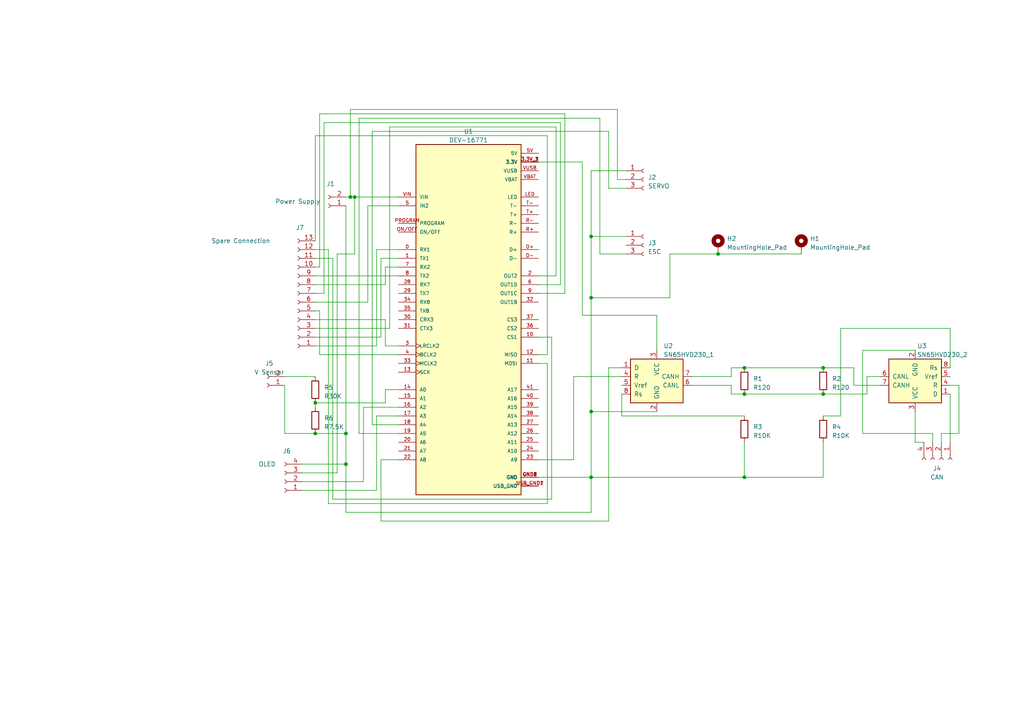
<source format=kicad_sch>
(kicad_sch (version 20230121) (generator eeschema)

  (uuid dd9883a1-83cb-448a-9674-310d2f70b238)

  (paper "A4")

  (lib_symbols
    (symbol "Connector:Conn_01x02_Socket" (pin_names (offset 1.016) hide) (in_bom yes) (on_board yes)
      (property "Reference" "J" (at 0 2.54 0)
        (effects (font (size 1.27 1.27)))
      )
      (property "Value" "Conn_01x02_Socket" (at 0 -5.08 0)
        (effects (font (size 1.27 1.27)))
      )
      (property "Footprint" "" (at 0 0 0)
        (effects (font (size 1.27 1.27)) hide)
      )
      (property "Datasheet" "~" (at 0 0 0)
        (effects (font (size 1.27 1.27)) hide)
      )
      (property "ki_locked" "" (at 0 0 0)
        (effects (font (size 1.27 1.27)))
      )
      (property "ki_keywords" "connector" (at 0 0 0)
        (effects (font (size 1.27 1.27)) hide)
      )
      (property "ki_description" "Generic connector, single row, 01x02, script generated" (at 0 0 0)
        (effects (font (size 1.27 1.27)) hide)
      )
      (property "ki_fp_filters" "Connector*:*_1x??_*" (at 0 0 0)
        (effects (font (size 1.27 1.27)) hide)
      )
      (symbol "Conn_01x02_Socket_1_1"
        (arc (start 0 -2.032) (mid -0.5058 -2.54) (end 0 -3.048)
          (stroke (width 0.1524) (type default))
          (fill (type none))
        )
        (polyline
          (pts
            (xy -1.27 -2.54)
            (xy -0.508 -2.54)
          )
          (stroke (width 0.1524) (type default))
          (fill (type none))
        )
        (polyline
          (pts
            (xy -1.27 0)
            (xy -0.508 0)
          )
          (stroke (width 0.1524) (type default))
          (fill (type none))
        )
        (arc (start 0 0.508) (mid -0.5058 0) (end 0 -0.508)
          (stroke (width 0.1524) (type default))
          (fill (type none))
        )
        (pin passive line (at -5.08 0 0) (length 3.81)
          (name "Pin_1" (effects (font (size 1.27 1.27))))
          (number "1" (effects (font (size 1.27 1.27))))
        )
        (pin passive line (at -5.08 -2.54 0) (length 3.81)
          (name "Pin_2" (effects (font (size 1.27 1.27))))
          (number "2" (effects (font (size 1.27 1.27))))
        )
      )
    )
    (symbol "Connector:Conn_01x03_Socket" (pin_names (offset 1.016) hide) (in_bom yes) (on_board yes)
      (property "Reference" "J" (at 0 5.08 0)
        (effects (font (size 1.27 1.27)))
      )
      (property "Value" "Conn_01x03_Socket" (at 0 -5.08 0)
        (effects (font (size 1.27 1.27)))
      )
      (property "Footprint" "" (at 0 0 0)
        (effects (font (size 1.27 1.27)) hide)
      )
      (property "Datasheet" "~" (at 0 0 0)
        (effects (font (size 1.27 1.27)) hide)
      )
      (property "ki_locked" "" (at 0 0 0)
        (effects (font (size 1.27 1.27)))
      )
      (property "ki_keywords" "connector" (at 0 0 0)
        (effects (font (size 1.27 1.27)) hide)
      )
      (property "ki_description" "Generic connector, single row, 01x03, script generated" (at 0 0 0)
        (effects (font (size 1.27 1.27)) hide)
      )
      (property "ki_fp_filters" "Connector*:*_1x??_*" (at 0 0 0)
        (effects (font (size 1.27 1.27)) hide)
      )
      (symbol "Conn_01x03_Socket_1_1"
        (arc (start 0 -2.032) (mid -0.5058 -2.54) (end 0 -3.048)
          (stroke (width 0.1524) (type default))
          (fill (type none))
        )
        (polyline
          (pts
            (xy -1.27 -2.54)
            (xy -0.508 -2.54)
          )
          (stroke (width 0.1524) (type default))
          (fill (type none))
        )
        (polyline
          (pts
            (xy -1.27 0)
            (xy -0.508 0)
          )
          (stroke (width 0.1524) (type default))
          (fill (type none))
        )
        (polyline
          (pts
            (xy -1.27 2.54)
            (xy -0.508 2.54)
          )
          (stroke (width 0.1524) (type default))
          (fill (type none))
        )
        (arc (start 0 0.508) (mid -0.5058 0) (end 0 -0.508)
          (stroke (width 0.1524) (type default))
          (fill (type none))
        )
        (arc (start 0 3.048) (mid -0.5058 2.54) (end 0 2.032)
          (stroke (width 0.1524) (type default))
          (fill (type none))
        )
        (pin passive line (at -5.08 2.54 0) (length 3.81)
          (name "Pin_1" (effects (font (size 1.27 1.27))))
          (number "1" (effects (font (size 1.27 1.27))))
        )
        (pin passive line (at -5.08 0 0) (length 3.81)
          (name "Pin_2" (effects (font (size 1.27 1.27))))
          (number "2" (effects (font (size 1.27 1.27))))
        )
        (pin passive line (at -5.08 -2.54 0) (length 3.81)
          (name "Pin_3" (effects (font (size 1.27 1.27))))
          (number "3" (effects (font (size 1.27 1.27))))
        )
      )
    )
    (symbol "Connector:Conn_01x04_Socket" (pin_names (offset 1.016) hide) (in_bom yes) (on_board yes)
      (property "Reference" "J" (at 0 5.08 0)
        (effects (font (size 1.27 1.27)))
      )
      (property "Value" "Conn_01x04_Socket" (at 0 -7.62 0)
        (effects (font (size 1.27 1.27)))
      )
      (property "Footprint" "" (at 0 0 0)
        (effects (font (size 1.27 1.27)) hide)
      )
      (property "Datasheet" "~" (at 0 0 0)
        (effects (font (size 1.27 1.27)) hide)
      )
      (property "ki_locked" "" (at 0 0 0)
        (effects (font (size 1.27 1.27)))
      )
      (property "ki_keywords" "connector" (at 0 0 0)
        (effects (font (size 1.27 1.27)) hide)
      )
      (property "ki_description" "Generic connector, single row, 01x04, script generated" (at 0 0 0)
        (effects (font (size 1.27 1.27)) hide)
      )
      (property "ki_fp_filters" "Connector*:*_1x??_*" (at 0 0 0)
        (effects (font (size 1.27 1.27)) hide)
      )
      (symbol "Conn_01x04_Socket_1_1"
        (arc (start 0 -4.572) (mid -0.5058 -5.08) (end 0 -5.588)
          (stroke (width 0.1524) (type default))
          (fill (type none))
        )
        (arc (start 0 -2.032) (mid -0.5058 -2.54) (end 0 -3.048)
          (stroke (width 0.1524) (type default))
          (fill (type none))
        )
        (polyline
          (pts
            (xy -1.27 -5.08)
            (xy -0.508 -5.08)
          )
          (stroke (width 0.1524) (type default))
          (fill (type none))
        )
        (polyline
          (pts
            (xy -1.27 -2.54)
            (xy -0.508 -2.54)
          )
          (stroke (width 0.1524) (type default))
          (fill (type none))
        )
        (polyline
          (pts
            (xy -1.27 0)
            (xy -0.508 0)
          )
          (stroke (width 0.1524) (type default))
          (fill (type none))
        )
        (polyline
          (pts
            (xy -1.27 2.54)
            (xy -0.508 2.54)
          )
          (stroke (width 0.1524) (type default))
          (fill (type none))
        )
        (arc (start 0 0.508) (mid -0.5058 0) (end 0 -0.508)
          (stroke (width 0.1524) (type default))
          (fill (type none))
        )
        (arc (start 0 3.048) (mid -0.5058 2.54) (end 0 2.032)
          (stroke (width 0.1524) (type default))
          (fill (type none))
        )
        (pin passive line (at -5.08 2.54 0) (length 3.81)
          (name "Pin_1" (effects (font (size 1.27 1.27))))
          (number "1" (effects (font (size 1.27 1.27))))
        )
        (pin passive line (at -5.08 0 0) (length 3.81)
          (name "Pin_2" (effects (font (size 1.27 1.27))))
          (number "2" (effects (font (size 1.27 1.27))))
        )
        (pin passive line (at -5.08 -2.54 0) (length 3.81)
          (name "Pin_3" (effects (font (size 1.27 1.27))))
          (number "3" (effects (font (size 1.27 1.27))))
        )
        (pin passive line (at -5.08 -5.08 0) (length 3.81)
          (name "Pin_4" (effects (font (size 1.27 1.27))))
          (number "4" (effects (font (size 1.27 1.27))))
        )
      )
    )
    (symbol "Connector:Conn_01x13_Socket" (pin_names (offset 1.016) hide) (in_bom yes) (on_board yes)
      (property "Reference" "J" (at 0 17.78 0)
        (effects (font (size 1.27 1.27)))
      )
      (property "Value" "Conn_01x13_Socket" (at 0 -17.78 0)
        (effects (font (size 1.27 1.27)))
      )
      (property "Footprint" "" (at 0 0 0)
        (effects (font (size 1.27 1.27)) hide)
      )
      (property "Datasheet" "~" (at 0 0 0)
        (effects (font (size 1.27 1.27)) hide)
      )
      (property "ki_locked" "" (at 0 0 0)
        (effects (font (size 1.27 1.27)))
      )
      (property "ki_keywords" "connector" (at 0 0 0)
        (effects (font (size 1.27 1.27)) hide)
      )
      (property "ki_description" "Generic connector, single row, 01x13, script generated" (at 0 0 0)
        (effects (font (size 1.27 1.27)) hide)
      )
      (property "ki_fp_filters" "Connector*:*_1x??_*" (at 0 0 0)
        (effects (font (size 1.27 1.27)) hide)
      )
      (symbol "Conn_01x13_Socket_1_1"
        (arc (start 0 -14.732) (mid -0.5058 -15.24) (end 0 -15.748)
          (stroke (width 0.1524) (type default))
          (fill (type none))
        )
        (arc (start 0 -12.192) (mid -0.5058 -12.7) (end 0 -13.208)
          (stroke (width 0.1524) (type default))
          (fill (type none))
        )
        (arc (start 0 -9.652) (mid -0.5058 -10.16) (end 0 -10.668)
          (stroke (width 0.1524) (type default))
          (fill (type none))
        )
        (arc (start 0 -7.112) (mid -0.5058 -7.62) (end 0 -8.128)
          (stroke (width 0.1524) (type default))
          (fill (type none))
        )
        (arc (start 0 -4.572) (mid -0.5058 -5.08) (end 0 -5.588)
          (stroke (width 0.1524) (type default))
          (fill (type none))
        )
        (arc (start 0 -2.032) (mid -0.5058 -2.54) (end 0 -3.048)
          (stroke (width 0.1524) (type default))
          (fill (type none))
        )
        (polyline
          (pts
            (xy -1.27 -15.24)
            (xy -0.508 -15.24)
          )
          (stroke (width 0.1524) (type default))
          (fill (type none))
        )
        (polyline
          (pts
            (xy -1.27 -12.7)
            (xy -0.508 -12.7)
          )
          (stroke (width 0.1524) (type default))
          (fill (type none))
        )
        (polyline
          (pts
            (xy -1.27 -10.16)
            (xy -0.508 -10.16)
          )
          (stroke (width 0.1524) (type default))
          (fill (type none))
        )
        (polyline
          (pts
            (xy -1.27 -7.62)
            (xy -0.508 -7.62)
          )
          (stroke (width 0.1524) (type default))
          (fill (type none))
        )
        (polyline
          (pts
            (xy -1.27 -5.08)
            (xy -0.508 -5.08)
          )
          (stroke (width 0.1524) (type default))
          (fill (type none))
        )
        (polyline
          (pts
            (xy -1.27 -2.54)
            (xy -0.508 -2.54)
          )
          (stroke (width 0.1524) (type default))
          (fill (type none))
        )
        (polyline
          (pts
            (xy -1.27 0)
            (xy -0.508 0)
          )
          (stroke (width 0.1524) (type default))
          (fill (type none))
        )
        (polyline
          (pts
            (xy -1.27 2.54)
            (xy -0.508 2.54)
          )
          (stroke (width 0.1524) (type default))
          (fill (type none))
        )
        (polyline
          (pts
            (xy -1.27 5.08)
            (xy -0.508 5.08)
          )
          (stroke (width 0.1524) (type default))
          (fill (type none))
        )
        (polyline
          (pts
            (xy -1.27 7.62)
            (xy -0.508 7.62)
          )
          (stroke (width 0.1524) (type default))
          (fill (type none))
        )
        (polyline
          (pts
            (xy -1.27 10.16)
            (xy -0.508 10.16)
          )
          (stroke (width 0.1524) (type default))
          (fill (type none))
        )
        (polyline
          (pts
            (xy -1.27 12.7)
            (xy -0.508 12.7)
          )
          (stroke (width 0.1524) (type default))
          (fill (type none))
        )
        (polyline
          (pts
            (xy -1.27 15.24)
            (xy -0.508 15.24)
          )
          (stroke (width 0.1524) (type default))
          (fill (type none))
        )
        (arc (start 0 0.508) (mid -0.5058 0) (end 0 -0.508)
          (stroke (width 0.1524) (type default))
          (fill (type none))
        )
        (arc (start 0 3.048) (mid -0.5058 2.54) (end 0 2.032)
          (stroke (width 0.1524) (type default))
          (fill (type none))
        )
        (arc (start 0 5.588) (mid -0.5058 5.08) (end 0 4.572)
          (stroke (width 0.1524) (type default))
          (fill (type none))
        )
        (arc (start 0 8.128) (mid -0.5058 7.62) (end 0 7.112)
          (stroke (width 0.1524) (type default))
          (fill (type none))
        )
        (arc (start 0 10.668) (mid -0.5058 10.16) (end 0 9.652)
          (stroke (width 0.1524) (type default))
          (fill (type none))
        )
        (arc (start 0 13.208) (mid -0.5058 12.7) (end 0 12.192)
          (stroke (width 0.1524) (type default))
          (fill (type none))
        )
        (arc (start 0 15.748) (mid -0.5058 15.24) (end 0 14.732)
          (stroke (width 0.1524) (type default))
          (fill (type none))
        )
        (pin passive line (at -5.08 15.24 0) (length 3.81)
          (name "Pin_1" (effects (font (size 1.27 1.27))))
          (number "1" (effects (font (size 1.27 1.27))))
        )
        (pin passive line (at -5.08 -7.62 0) (length 3.81)
          (name "Pin_10" (effects (font (size 1.27 1.27))))
          (number "10" (effects (font (size 1.27 1.27))))
        )
        (pin passive line (at -5.08 -10.16 0) (length 3.81)
          (name "Pin_11" (effects (font (size 1.27 1.27))))
          (number "11" (effects (font (size 1.27 1.27))))
        )
        (pin passive line (at -5.08 -12.7 0) (length 3.81)
          (name "Pin_12" (effects (font (size 1.27 1.27))))
          (number "12" (effects (font (size 1.27 1.27))))
        )
        (pin passive line (at -5.08 -15.24 0) (length 3.81)
          (name "Pin_13" (effects (font (size 1.27 1.27))))
          (number "13" (effects (font (size 1.27 1.27))))
        )
        (pin passive line (at -5.08 12.7 0) (length 3.81)
          (name "Pin_2" (effects (font (size 1.27 1.27))))
          (number "2" (effects (font (size 1.27 1.27))))
        )
        (pin passive line (at -5.08 10.16 0) (length 3.81)
          (name "Pin_3" (effects (font (size 1.27 1.27))))
          (number "3" (effects (font (size 1.27 1.27))))
        )
        (pin passive line (at -5.08 7.62 0) (length 3.81)
          (name "Pin_4" (effects (font (size 1.27 1.27))))
          (number "4" (effects (font (size 1.27 1.27))))
        )
        (pin passive line (at -5.08 5.08 0) (length 3.81)
          (name "Pin_5" (effects (font (size 1.27 1.27))))
          (number "5" (effects (font (size 1.27 1.27))))
        )
        (pin passive line (at -5.08 2.54 0) (length 3.81)
          (name "Pin_6" (effects (font (size 1.27 1.27))))
          (number "6" (effects (font (size 1.27 1.27))))
        )
        (pin passive line (at -5.08 0 0) (length 3.81)
          (name "Pin_7" (effects (font (size 1.27 1.27))))
          (number "7" (effects (font (size 1.27 1.27))))
        )
        (pin passive line (at -5.08 -2.54 0) (length 3.81)
          (name "Pin_8" (effects (font (size 1.27 1.27))))
          (number "8" (effects (font (size 1.27 1.27))))
        )
        (pin passive line (at -5.08 -5.08 0) (length 3.81)
          (name "Pin_9" (effects (font (size 1.27 1.27))))
          (number "9" (effects (font (size 1.27 1.27))))
        )
      )
    )
    (symbol "Device:R" (pin_numbers hide) (pin_names (offset 0)) (in_bom yes) (on_board yes)
      (property "Reference" "R" (at 2.032 0 90)
        (effects (font (size 1.27 1.27)))
      )
      (property "Value" "R" (at 0 0 90)
        (effects (font (size 1.27 1.27)))
      )
      (property "Footprint" "" (at -1.778 0 90)
        (effects (font (size 1.27 1.27)) hide)
      )
      (property "Datasheet" "~" (at 0 0 0)
        (effects (font (size 1.27 1.27)) hide)
      )
      (property "ki_keywords" "R res resistor" (at 0 0 0)
        (effects (font (size 1.27 1.27)) hide)
      )
      (property "ki_description" "Resistor" (at 0 0 0)
        (effects (font (size 1.27 1.27)) hide)
      )
      (property "ki_fp_filters" "R_*" (at 0 0 0)
        (effects (font (size 1.27 1.27)) hide)
      )
      (symbol "R_0_1"
        (rectangle (start -1.016 -2.54) (end 1.016 2.54)
          (stroke (width 0.254) (type default))
          (fill (type none))
        )
      )
      (symbol "R_1_1"
        (pin passive line (at 0 3.81 270) (length 1.27)
          (name "~" (effects (font (size 1.27 1.27))))
          (number "1" (effects (font (size 1.27 1.27))))
        )
        (pin passive line (at 0 -3.81 90) (length 1.27)
          (name "~" (effects (font (size 1.27 1.27))))
          (number "2" (effects (font (size 1.27 1.27))))
        )
      )
    )
    (symbol "Interface_CAN_LIN:SN65HVD230" (pin_names (offset 1.016)) (in_bom yes) (on_board yes)
      (property "Reference" "U" (at -2.54 10.16 0)
        (effects (font (size 1.27 1.27)) (justify right))
      )
      (property "Value" "SN65HVD230" (at -2.54 7.62 0)
        (effects (font (size 1.27 1.27)) (justify right))
      )
      (property "Footprint" "Package_SO:SOIC-8_3.9x4.9mm_P1.27mm" (at 0 -12.7 0)
        (effects (font (size 1.27 1.27)) hide)
      )
      (property "Datasheet" "http://www.ti.com/lit/ds/symlink/sn65hvd230.pdf" (at -2.54 10.16 0)
        (effects (font (size 1.27 1.27)) hide)
      )
      (property "ki_keywords" "can transeiver ti low-power" (at 0 0 0)
        (effects (font (size 1.27 1.27)) hide)
      )
      (property "ki_description" "CAN Bus Transceivers, 3.3V, 1Mbps, Low-Power capabilities, SOIC-8" (at 0 0 0)
        (effects (font (size 1.27 1.27)) hide)
      )
      (property "ki_fp_filters" "SOIC*3.9x4.9mm*P1.27mm*" (at 0 0 0)
        (effects (font (size 1.27 1.27)) hide)
      )
      (symbol "SN65HVD230_0_1"
        (rectangle (start -7.62 5.08) (end 7.62 -7.62)
          (stroke (width 0.254) (type default))
          (fill (type background))
        )
      )
      (symbol "SN65HVD230_1_1"
        (pin input line (at -10.16 2.54 0) (length 2.54)
          (name "D" (effects (font (size 1.27 1.27))))
          (number "1" (effects (font (size 1.27 1.27))))
        )
        (pin power_in line (at 0 -10.16 90) (length 2.54)
          (name "GND" (effects (font (size 1.27 1.27))))
          (number "2" (effects (font (size 1.27 1.27))))
        )
        (pin power_in line (at 0 7.62 270) (length 2.54)
          (name "VCC" (effects (font (size 1.27 1.27))))
          (number "3" (effects (font (size 1.27 1.27))))
        )
        (pin output line (at -10.16 0 0) (length 2.54)
          (name "R" (effects (font (size 1.27 1.27))))
          (number "4" (effects (font (size 1.27 1.27))))
        )
        (pin output line (at -10.16 -2.54 0) (length 2.54)
          (name "Vref" (effects (font (size 1.27 1.27))))
          (number "5" (effects (font (size 1.27 1.27))))
        )
        (pin bidirectional line (at 10.16 -2.54 180) (length 2.54)
          (name "CANL" (effects (font (size 1.27 1.27))))
          (number "6" (effects (font (size 1.27 1.27))))
        )
        (pin bidirectional line (at 10.16 0 180) (length 2.54)
          (name "CANH" (effects (font (size 1.27 1.27))))
          (number "7" (effects (font (size 1.27 1.27))))
        )
        (pin input line (at -10.16 -5.08 0) (length 2.54)
          (name "Rs" (effects (font (size 1.27 1.27))))
          (number "8" (effects (font (size 1.27 1.27))))
        )
      )
    )
    (symbol "Mechanical:MountingHole_Pad" (pin_numbers hide) (pin_names (offset 1.016) hide) (in_bom yes) (on_board yes)
      (property "Reference" "H" (at 0 6.35 0)
        (effects (font (size 1.27 1.27)))
      )
      (property "Value" "MountingHole_Pad" (at 0 4.445 0)
        (effects (font (size 1.27 1.27)))
      )
      (property "Footprint" "" (at 0 0 0)
        (effects (font (size 1.27 1.27)) hide)
      )
      (property "Datasheet" "~" (at 0 0 0)
        (effects (font (size 1.27 1.27)) hide)
      )
      (property "ki_keywords" "mounting hole" (at 0 0 0)
        (effects (font (size 1.27 1.27)) hide)
      )
      (property "ki_description" "Mounting Hole with connection" (at 0 0 0)
        (effects (font (size 1.27 1.27)) hide)
      )
      (property "ki_fp_filters" "MountingHole*Pad*" (at 0 0 0)
        (effects (font (size 1.27 1.27)) hide)
      )
      (symbol "MountingHole_Pad_0_1"
        (circle (center 0 1.27) (radius 1.27)
          (stroke (width 1.27) (type default))
          (fill (type none))
        )
      )
      (symbol "MountingHole_Pad_1_1"
        (pin input line (at 0 -2.54 90) (length 2.54)
          (name "1" (effects (font (size 1.27 1.27))))
          (number "1" (effects (font (size 1.27 1.27))))
        )
      )
    )
    (symbol "Teensy 4.1:DEV-16771" (pin_names (offset 1.016)) (in_bom yes) (on_board yes)
      (property "Reference" "U" (at -15.24 52.07 0)
        (effects (font (size 1.27 1.27)) (justify left bottom))
      )
      (property "Value" "DEV-16771" (at -15.24 -53.34 0)
        (effects (font (size 1.27 1.27)) (justify left bottom))
      )
      (property "Footprint" "MODULE_DEV-16771" (at 0 0 0)
        (effects (font (size 1.27 1.27)) (justify bottom) hide)
      )
      (property "Datasheet" "" (at 0 0 0)
        (effects (font (size 1.27 1.27)) hide)
      )
      (property "PARTREV" "4.1" (at 0 0 0)
        (effects (font (size 1.27 1.27)) (justify bottom) hide)
      )
      (property "MANUFACTURER" "SparkFun Electronics" (at 0 0 0)
        (effects (font (size 1.27 1.27)) (justify bottom) hide)
      )
      (property "MAXIMUM_PACKAGE_HEIGHT" "4.07mm" (at 0 0 0)
        (effects (font (size 1.27 1.27)) (justify bottom) hide)
      )
      (property "STANDARD" "Manufacturer recommendations" (at 0 0 0)
        (effects (font (size 1.27 1.27)) (justify bottom) hide)
      )
      (symbol "DEV-16771_0_0"
        (rectangle (start -15.24 -50.8) (end 15.24 50.8)
          (stroke (width 0.254) (type default))
          (fill (type background))
        )
        (pin bidirectional line (at -20.32 20.32 0) (length 5.08)
          (name "RX1" (effects (font (size 1.016 1.016))))
          (number "0" (effects (font (size 1.016 1.016))))
        )
        (pin bidirectional line (at -20.32 17.78 0) (length 5.08)
          (name "TX1" (effects (font (size 1.016 1.016))))
          (number "1" (effects (font (size 1.016 1.016))))
        )
        (pin bidirectional line (at 20.32 -5.08 180) (length 5.08)
          (name "CS1" (effects (font (size 1.016 1.016))))
          (number "10" (effects (font (size 1.016 1.016))))
        )
        (pin bidirectional line (at 20.32 -12.7 180) (length 5.08)
          (name "MOSI" (effects (font (size 1.016 1.016))))
          (number "11" (effects (font (size 1.016 1.016))))
        )
        (pin bidirectional line (at 20.32 -10.16 180) (length 5.08)
          (name "MISO" (effects (font (size 1.016 1.016))))
          (number "12" (effects (font (size 1.016 1.016))))
        )
        (pin bidirectional clock (at -20.32 -15.24 0) (length 5.08)
          (name "SCK" (effects (font (size 1.016 1.016))))
          (number "13" (effects (font (size 1.016 1.016))))
        )
        (pin bidirectional line (at -20.32 -20.32 0) (length 5.08)
          (name "A0" (effects (font (size 1.016 1.016))))
          (number "14" (effects (font (size 1.016 1.016))))
        )
        (pin bidirectional line (at -20.32 -22.86 0) (length 5.08)
          (name "A1" (effects (font (size 1.016 1.016))))
          (number "15" (effects (font (size 1.016 1.016))))
        )
        (pin bidirectional line (at -20.32 -25.4 0) (length 5.08)
          (name "A2" (effects (font (size 1.016 1.016))))
          (number "16" (effects (font (size 1.016 1.016))))
        )
        (pin bidirectional line (at -20.32 -27.94 0) (length 5.08)
          (name "A3" (effects (font (size 1.016 1.016))))
          (number "17" (effects (font (size 1.016 1.016))))
        )
        (pin bidirectional line (at -20.32 -30.48 0) (length 5.08)
          (name "A4" (effects (font (size 1.016 1.016))))
          (number "18" (effects (font (size 1.016 1.016))))
        )
        (pin bidirectional line (at -20.32 -33.02 0) (length 5.08)
          (name "A5" (effects (font (size 1.016 1.016))))
          (number "19" (effects (font (size 1.016 1.016))))
        )
        (pin output line (at 20.32 12.7 180) (length 5.08)
          (name "OUT2" (effects (font (size 1.016 1.016))))
          (number "2" (effects (font (size 1.016 1.016))))
        )
        (pin bidirectional line (at -20.32 -35.56 0) (length 5.08)
          (name "A6" (effects (font (size 1.016 1.016))))
          (number "20" (effects (font (size 1.016 1.016))))
        )
        (pin bidirectional line (at -20.32 -38.1 0) (length 5.08)
          (name "A7" (effects (font (size 1.016 1.016))))
          (number "21" (effects (font (size 1.016 1.016))))
        )
        (pin bidirectional line (at -20.32 -40.64 0) (length 5.08)
          (name "A8" (effects (font (size 1.016 1.016))))
          (number "22" (effects (font (size 1.016 1.016))))
        )
        (pin bidirectional line (at 20.32 -40.64 180) (length 5.08)
          (name "A9" (effects (font (size 1.016 1.016))))
          (number "23" (effects (font (size 1.016 1.016))))
        )
        (pin bidirectional line (at 20.32 -38.1 180) (length 5.08)
          (name "A10" (effects (font (size 1.016 1.016))))
          (number "24" (effects (font (size 1.016 1.016))))
        )
        (pin bidirectional line (at 20.32 -35.56 180) (length 5.08)
          (name "A11" (effects (font (size 1.016 1.016))))
          (number "25" (effects (font (size 1.016 1.016))))
        )
        (pin bidirectional line (at 20.32 -33.02 180) (length 5.08)
          (name "A12" (effects (font (size 1.016 1.016))))
          (number "26" (effects (font (size 1.016 1.016))))
        )
        (pin bidirectional line (at 20.32 -30.48 180) (length 5.08)
          (name "A13" (effects (font (size 1.016 1.016))))
          (number "27" (effects (font (size 1.016 1.016))))
        )
        (pin bidirectional line (at -20.32 10.16 0) (length 5.08)
          (name "RX7" (effects (font (size 1.016 1.016))))
          (number "28" (effects (font (size 1.016 1.016))))
        )
        (pin bidirectional line (at -20.32 7.62 0) (length 5.08)
          (name "TX7" (effects (font (size 1.016 1.016))))
          (number "29" (effects (font (size 1.016 1.016))))
        )
        (pin bidirectional clock (at -20.32 -7.62 0) (length 5.08)
          (name "LRCLK2" (effects (font (size 1.016 1.016))))
          (number "3" (effects (font (size 1.016 1.016))))
        )
        (pin power_in line (at 20.32 45.72 180) (length 5.08)
          (name "3.3V" (effects (font (size 1.016 1.016))))
          (number "3.3V_1" (effects (font (size 1.016 1.016))))
        )
        (pin power_in line (at 20.32 45.72 180) (length 5.08)
          (name "3.3V" (effects (font (size 1.016 1.016))))
          (number "3.3V_2" (effects (font (size 1.016 1.016))))
        )
        (pin power_in line (at 20.32 45.72 180) (length 5.08)
          (name "3.3V" (effects (font (size 1.016 1.016))))
          (number "3.3V_3" (effects (font (size 1.016 1.016))))
        )
        (pin bidirectional line (at -20.32 0 0) (length 5.08)
          (name "CRX3" (effects (font (size 1.016 1.016))))
          (number "30" (effects (font (size 1.016 1.016))))
        )
        (pin bidirectional line (at -20.32 -2.54 0) (length 5.08)
          (name "CTX3" (effects (font (size 1.016 1.016))))
          (number "31" (effects (font (size 1.016 1.016))))
        )
        (pin output line (at 20.32 5.08 180) (length 5.08)
          (name "OUT1B" (effects (font (size 1.016 1.016))))
          (number "32" (effects (font (size 1.016 1.016))))
        )
        (pin bidirectional clock (at -20.32 -12.7 0) (length 5.08)
          (name "MCLK2" (effects (font (size 1.016 1.016))))
          (number "33" (effects (font (size 1.016 1.016))))
        )
        (pin bidirectional line (at -20.32 5.08 0) (length 5.08)
          (name "RX8" (effects (font (size 1.016 1.016))))
          (number "34" (effects (font (size 1.016 1.016))))
        )
        (pin bidirectional line (at -20.32 2.54 0) (length 5.08)
          (name "TX8" (effects (font (size 1.016 1.016))))
          (number "35" (effects (font (size 1.016 1.016))))
        )
        (pin bidirectional line (at 20.32 -2.54 180) (length 5.08)
          (name "CS2" (effects (font (size 1.016 1.016))))
          (number "36" (effects (font (size 1.016 1.016))))
        )
        (pin bidirectional line (at 20.32 0 180) (length 5.08)
          (name "CS3" (effects (font (size 1.016 1.016))))
          (number "37" (effects (font (size 1.016 1.016))))
        )
        (pin bidirectional line (at 20.32 -27.94 180) (length 5.08)
          (name "A14" (effects (font (size 1.016 1.016))))
          (number "38" (effects (font (size 1.016 1.016))))
        )
        (pin bidirectional line (at 20.32 -25.4 180) (length 5.08)
          (name "A15" (effects (font (size 1.016 1.016))))
          (number "39" (effects (font (size 1.016 1.016))))
        )
        (pin bidirectional clock (at -20.32 -10.16 0) (length 5.08)
          (name "BCLK2" (effects (font (size 1.016 1.016))))
          (number "4" (effects (font (size 1.016 1.016))))
        )
        (pin bidirectional line (at 20.32 -22.86 180) (length 5.08)
          (name "A16" (effects (font (size 1.016 1.016))))
          (number "40" (effects (font (size 1.016 1.016))))
        )
        (pin bidirectional line (at 20.32 -20.32 180) (length 5.08)
          (name "A17" (effects (font (size 1.016 1.016))))
          (number "41" (effects (font (size 1.016 1.016))))
        )
        (pin bidirectional line (at -20.32 33.02 0) (length 5.08)
          (name "IN2" (effects (font (size 1.016 1.016))))
          (number "5" (effects (font (size 1.016 1.016))))
        )
        (pin power_in line (at 20.32 48.26 180) (length 5.08)
          (name "5V" (effects (font (size 1.016 1.016))))
          (number "5V" (effects (font (size 1.016 1.016))))
        )
        (pin output line (at 20.32 10.16 180) (length 5.08)
          (name "OUT1D" (effects (font (size 1.016 1.016))))
          (number "6" (effects (font (size 1.016 1.016))))
        )
        (pin bidirectional line (at -20.32 15.24 0) (length 5.08)
          (name "RX2" (effects (font (size 1.016 1.016))))
          (number "7" (effects (font (size 1.016 1.016))))
        )
        (pin bidirectional line (at -20.32 12.7 0) (length 5.08)
          (name "TX2" (effects (font (size 1.016 1.016))))
          (number "8" (effects (font (size 1.016 1.016))))
        )
        (pin output line (at 20.32 7.62 180) (length 5.08)
          (name "OUT1C" (effects (font (size 1.016 1.016))))
          (number "9" (effects (font (size 1.016 1.016))))
        )
        (pin bidirectional line (at 20.32 20.32 180) (length 5.08)
          (name "D+" (effects (font (size 1.016 1.016))))
          (number "D+" (effects (font (size 1.016 1.016))))
        )
        (pin bidirectional line (at 20.32 17.78 180) (length 5.08)
          (name "D-" (effects (font (size 1.016 1.016))))
          (number "D-" (effects (font (size 1.016 1.016))))
        )
        (pin power_in line (at 20.32 -45.72 180) (length 5.08)
          (name "GND" (effects (font (size 1.016 1.016))))
          (number "GND1" (effects (font (size 1.016 1.016))))
        )
        (pin power_in line (at 20.32 -45.72 180) (length 5.08)
          (name "GND" (effects (font (size 1.016 1.016))))
          (number "GND2" (effects (font (size 1.016 1.016))))
        )
        (pin power_in line (at 20.32 -45.72 180) (length 5.08)
          (name "GND" (effects (font (size 1.016 1.016))))
          (number "GND3" (effects (font (size 1.016 1.016))))
        )
        (pin power_in line (at 20.32 -45.72 180) (length 5.08)
          (name "GND" (effects (font (size 1.016 1.016))))
          (number "GND4" (effects (font (size 1.016 1.016))))
        )
        (pin power_in line (at 20.32 -45.72 180) (length 5.08)
          (name "GND" (effects (font (size 1.016 1.016))))
          (number "GND5" (effects (font (size 1.016 1.016))))
        )
        (pin bidirectional line (at 20.32 35.56 180) (length 5.08)
          (name "LED" (effects (font (size 1.016 1.016))))
          (number "LED" (effects (font (size 1.016 1.016))))
        )
        (pin bidirectional line (at -20.32 25.4 0) (length 5.08)
          (name "ON/OFF" (effects (font (size 1.016 1.016))))
          (number "ON/OFF" (effects (font (size 1.016 1.016))))
        )
        (pin bidirectional line (at -20.32 27.94 0) (length 5.08)
          (name "PROGRAM" (effects (font (size 1.016 1.016))))
          (number "PROGRAM" (effects (font (size 1.016 1.016))))
        )
        (pin bidirectional line (at 20.32 25.4 180) (length 5.08)
          (name "R+" (effects (font (size 1.016 1.016))))
          (number "R+" (effects (font (size 1.016 1.016))))
        )
        (pin bidirectional line (at 20.32 27.94 180) (length 5.08)
          (name "R-" (effects (font (size 1.016 1.016))))
          (number "R-" (effects (font (size 1.016 1.016))))
        )
        (pin bidirectional line (at 20.32 30.48 180) (length 5.08)
          (name "T+" (effects (font (size 1.016 1.016))))
          (number "T+" (effects (font (size 1.016 1.016))))
        )
        (pin bidirectional line (at 20.32 33.02 180) (length 5.08)
          (name "T-" (effects (font (size 1.016 1.016))))
          (number "T-" (effects (font (size 1.016 1.016))))
        )
        (pin power_in line (at 20.32 -48.26 180) (length 5.08)
          (name "USB_GND" (effects (font (size 1.016 1.016))))
          (number "USB_GND1" (effects (font (size 1.016 1.016))))
        )
        (pin power_in line (at 20.32 -48.26 180) (length 5.08)
          (name "USB_GND" (effects (font (size 1.016 1.016))))
          (number "USB_GND2" (effects (font (size 1.016 1.016))))
        )
        (pin passive line (at 20.32 40.64 180) (length 5.08)
          (name "VBAT" (effects (font (size 1.016 1.016))))
          (number "VBAT" (effects (font (size 1.016 1.016))))
        )
        (pin input line (at -20.32 35.56 0) (length 5.08)
          (name "VIN" (effects (font (size 1.016 1.016))))
          (number "VIN" (effects (font (size 1.016 1.016))))
        )
        (pin passive line (at 20.32 43.18 180) (length 5.08)
          (name "VUSB" (effects (font (size 1.016 1.016))))
          (number "VUSB" (effects (font (size 1.016 1.016))))
        )
      )
    )
  )

  (junction (at 171.45 68.58) (diameter 0) (color 0 0 0 0)
    (uuid 2b26670f-5699-4004-9caa-ef121a6dd2d3)
  )
  (junction (at 100.33 134.62) (diameter 0) (color 0 0 0 0)
    (uuid 77460006-548c-4b70-a652-448d4ca4ce92)
  )
  (junction (at 102.87 57.15) (diameter 0) (color 0 0 0 0)
    (uuid 7b5d1085-d763-4d47-953b-7ff5e94c0eb2)
  )
  (junction (at 215.9 138.43) (diameter 0) (color 0 0 0 0)
    (uuid 81596ef8-1d83-4256-b7a7-51f446abe205)
  )
  (junction (at 171.45 138.43) (diameter 0) (color 0 0 0 0)
    (uuid 9adb6527-70d4-40d2-b9da-acd20279aabe)
  )
  (junction (at 91.44 116.84) (diameter 0) (color 0 0 0 0)
    (uuid 9c15a97a-db58-4fde-972c-f90fd043203c)
  )
  (junction (at 101.6 57.15) (diameter 0) (color 0 0 0 0)
    (uuid aeb1fd5c-9c65-44dd-a296-b42774cbcb84)
  )
  (junction (at 208.28 73.66) (diameter 0) (color 0 0 0 0)
    (uuid af78f4ce-7628-49ad-9fd0-cde901956822)
  )
  (junction (at 215.9 106.68) (diameter 0) (color 0 0 0 0)
    (uuid af9c124f-d053-47e3-8eb3-d74854857cfd)
  )
  (junction (at 215.9 114.3) (diameter 0) (color 0 0 0 0)
    (uuid c5f5d54f-9b09-4b84-b26a-c491766a3a1b)
  )
  (junction (at 171.45 86.36) (diameter 0) (color 0 0 0 0)
    (uuid cf405222-0e89-4754-b9f9-bb8c01222d54)
  )
  (junction (at 100.33 125.73) (diameter 0) (color 0 0 0 0)
    (uuid d8e8cde5-a35a-4d85-8f9e-2b1846b13d20)
  )
  (junction (at 91.44 125.73) (diameter 0) (color 0 0 0 0)
    (uuid e2fdb80d-c8fc-4c15-8d53-8555e1f3a0ed)
  )
  (junction (at 171.45 119.38) (diameter 0) (color 0 0 0 0)
    (uuid ef3f89fc-11ae-4163-8d7b-3eee644f31b7)
  )
  (junction (at 238.76 114.3) (diameter 0) (color 0 0 0 0)
    (uuid f0cbf7de-61f4-4a2b-a07d-dc7f6861e83f)
  )
  (junction (at 238.76 106.68) (diameter 0) (color 0 0 0 0)
    (uuid f30b7019-b6c0-4dc2-bb5c-a46313de148c)
  )

  (wire (pts (xy 156.21 46.99) (xy 168.91 46.99))
    (stroke (width 0) (type default))
    (uuid 036f9039-8c07-4de4-8608-7328a5f63d96)
  )
  (wire (pts (xy 171.45 86.36) (xy 171.45 119.38))
    (stroke (width 0) (type default))
    (uuid 05940d45-f199-4e72-b26c-048197db0acf)
  )
  (wire (pts (xy 87.63 137.16) (xy 97.79 137.16))
    (stroke (width 0) (type default))
    (uuid 0b55d28f-42c9-484f-a3a1-b77c58b811cf)
  )
  (wire (pts (xy 162.56 82.55) (xy 156.21 82.55))
    (stroke (width 0) (type default))
    (uuid 0ba46c64-a813-46dd-9cb4-922cc82386d2)
  )
  (wire (pts (xy 156.21 133.35) (xy 166.37 133.35))
    (stroke (width 0) (type default))
    (uuid 0d777138-f5f3-48e9-bbe3-97ee2cd001fb)
  )
  (wire (pts (xy 111.76 82.55) (xy 111.76 77.47))
    (stroke (width 0) (type default))
    (uuid 0e1cc75a-df6f-4494-b07c-6fe99e633c5f)
  )
  (wire (pts (xy 87.63 142.24) (xy 109.22 142.24))
    (stroke (width 0) (type default))
    (uuid 107e163b-2412-45c8-bb34-1668f86f691b)
  )
  (wire (pts (xy 176.53 38.1) (xy 176.53 54.61))
    (stroke (width 0) (type default))
    (uuid 117dc8be-3bdd-496f-bb7d-80fb1ceedbac)
  )
  (wire (pts (xy 212.09 111.76) (xy 212.09 114.3))
    (stroke (width 0) (type default))
    (uuid 133cc409-6ee2-4e1c-8433-7bb6548f6f4f)
  )
  (wire (pts (xy 111.76 92.71) (xy 111.76 100.33))
    (stroke (width 0) (type default))
    (uuid 13a5106b-9a7c-43a3-af1f-305dae4532d8)
  )
  (wire (pts (xy 100.33 134.62) (xy 100.33 125.73))
    (stroke (width 0) (type default))
    (uuid 13f90b9a-a5cb-4d9f-97fd-1e9d97e36bf3)
  )
  (wire (pts (xy 243.84 95.25) (xy 243.84 120.65))
    (stroke (width 0) (type default))
    (uuid 1727c091-936c-4046-a806-d19f83f8760c)
  )
  (wire (pts (xy 247.65 106.68) (xy 247.65 111.76))
    (stroke (width 0) (type default))
    (uuid 1a049d81-edf2-4ad8-a8d0-7a2f8e08038a)
  )
  (wire (pts (xy 102.87 57.15) (xy 115.57 57.15))
    (stroke (width 0) (type default))
    (uuid 1b38330e-52b8-4c13-92bb-550834a76409)
  )
  (wire (pts (xy 97.79 137.16) (xy 97.79 73.66))
    (stroke (width 0) (type default))
    (uuid 1ecc924d-4914-4b36-b7a7-3d61ae2e61b7)
  )
  (wire (pts (xy 200.66 111.76) (xy 212.09 111.76))
    (stroke (width 0) (type default))
    (uuid 1f9c6aa7-5690-4e08-a20f-60d2e3f2e1a7)
  )
  (wire (pts (xy 110.49 151.13) (xy 176.53 151.13))
    (stroke (width 0) (type default))
    (uuid 1fb81146-edf4-4ecb-a9c5-f3f53098b361)
  )
  (wire (pts (xy 100.33 57.15) (xy 101.6 57.15))
    (stroke (width 0) (type default))
    (uuid 210ad86b-ff55-4880-b148-7b39a2450217)
  )
  (wire (pts (xy 238.76 106.68) (xy 247.65 106.68))
    (stroke (width 0) (type default))
    (uuid 214c6fc3-2f7e-4827-8f34-5f619f33d06c)
  )
  (wire (pts (xy 96.52 74.93) (xy 96.52 144.78))
    (stroke (width 0) (type default))
    (uuid 21bc1490-af2d-4957-ac45-500bdff59813)
  )
  (wire (pts (xy 176.53 106.68) (xy 180.34 106.68))
    (stroke (width 0) (type default))
    (uuid 22691641-f8c7-4d65-bdf6-decc8e5e2c41)
  )
  (wire (pts (xy 96.52 144.78) (xy 160.02 144.78))
    (stroke (width 0) (type default))
    (uuid 22fa0cbd-2ab6-4f24-aeca-32e620b338e1)
  )
  (wire (pts (xy 166.37 109.22) (xy 180.34 109.22))
    (stroke (width 0) (type default))
    (uuid 2311177c-a3bd-4ded-8a3e-e19f33277f3f)
  )
  (wire (pts (xy 176.53 54.61) (xy 181.61 54.61))
    (stroke (width 0) (type default))
    (uuid 24c944c7-7b2a-4175-994e-2a9d725a02c8)
  )
  (wire (pts (xy 93.98 35.56) (xy 162.56 35.56))
    (stroke (width 0) (type default))
    (uuid 2a82c6a3-a41a-4125-845a-8781cff3380c)
  )
  (wire (pts (xy 91.44 74.93) (xy 96.52 74.93))
    (stroke (width 0) (type default))
    (uuid 2a9e4042-7de1-4579-aed8-cb420d5fd6c4)
  )
  (wire (pts (xy 158.75 39.37) (xy 158.75 102.87))
    (stroke (width 0) (type default))
    (uuid 2ac30faf-87e9-44bb-9f5c-48e563e62e17)
  )
  (wire (pts (xy 91.44 39.37) (xy 91.44 69.85))
    (stroke (width 0) (type default))
    (uuid 3277a09f-9a2e-415d-bc9f-6f9712697daf)
  )
  (wire (pts (xy 190.5 101.6) (xy 190.5 91.44))
    (stroke (width 0) (type default))
    (uuid 36b0d35c-7e15-494d-9228-93781af3ad40)
  )
  (wire (pts (xy 160.02 144.78) (xy 160.02 97.79))
    (stroke (width 0) (type default))
    (uuid 37f861ee-9ab5-41c2-ad18-b15cf221d415)
  )
  (wire (pts (xy 275.59 114.3) (xy 275.59 128.27))
    (stroke (width 0) (type default))
    (uuid 3b8af779-6bdf-4d2c-97ad-146cbc839194)
  )
  (wire (pts (xy 171.45 68.58) (xy 171.45 86.36))
    (stroke (width 0) (type default))
    (uuid 3d4de10f-8cd4-4511-ac2f-3b94a94dc6fa)
  )
  (wire (pts (xy 162.56 35.56) (xy 162.56 82.55))
    (stroke (width 0) (type default))
    (uuid 3ec79c25-111b-4434-97d7-5ff64b9ca344)
  )
  (wire (pts (xy 92.71 33.02) (xy 92.71 77.47))
    (stroke (width 0) (type default))
    (uuid 3ef0ce8e-2525-4ccf-b113-43dbd46fe7db)
  )
  (wire (pts (xy 107.95 38.1) (xy 176.53 38.1))
    (stroke (width 0) (type default))
    (uuid 3ef4eb4f-9814-4fc8-b0d3-f9232206f070)
  )
  (wire (pts (xy 105.41 118.11) (xy 115.57 118.11))
    (stroke (width 0) (type default))
    (uuid 413c7828-446e-47b0-b5d1-895b82ed3866)
  )
  (wire (pts (xy 115.57 123.19) (xy 107.95 123.19))
    (stroke (width 0) (type default))
    (uuid 4229c06a-c293-4c3d-a56f-b40152d575a0)
  )
  (wire (pts (xy 160.02 97.79) (xy 156.21 97.79))
    (stroke (width 0) (type default))
    (uuid 42ca2b0a-5c28-4025-8107-08ae83546cff)
  )
  (wire (pts (xy 87.63 139.7) (xy 105.41 139.7))
    (stroke (width 0) (type default))
    (uuid 44e6777e-fa95-4553-a12c-2f60db2c05f3)
  )
  (wire (pts (xy 92.71 33.02) (xy 163.83 33.02))
    (stroke (width 0) (type default))
    (uuid 4639d3ce-ba44-4cc6-b96b-0bc683098d92)
  )
  (wire (pts (xy 171.45 119.38) (xy 190.5 119.38))
    (stroke (width 0) (type default))
    (uuid 464efcf0-f2f8-4fd4-9962-73bcd6698611)
  )
  (wire (pts (xy 111.76 77.47) (xy 115.57 77.47))
    (stroke (width 0) (type default))
    (uuid 47d54ea9-bc43-4631-8967-ea07b5cb5d2d)
  )
  (wire (pts (xy 215.9 128.27) (xy 215.9 138.43))
    (stroke (width 0) (type default))
    (uuid 48b9e3c6-b6a0-4f41-bf3f-723c9fd95793)
  )
  (wire (pts (xy 91.44 80.01) (xy 115.57 80.01))
    (stroke (width 0) (type default))
    (uuid 4b3751f4-0fef-43ef-b06b-e6db4b8339c2)
  )
  (wire (pts (xy 102.87 73.66) (xy 102.87 57.15))
    (stroke (width 0) (type default))
    (uuid 50ab9a07-f35d-4e37-af96-cd78fdf49f53)
  )
  (wire (pts (xy 171.45 138.43) (xy 171.45 148.59))
    (stroke (width 0) (type default))
    (uuid 5144bf31-74e2-4a29-a2e5-681e6d7c5a39)
  )
  (wire (pts (xy 212.09 106.68) (xy 215.9 106.68))
    (stroke (width 0) (type default))
    (uuid 51989987-410f-4900-b26f-3cb976e952a9)
  )
  (wire (pts (xy 97.79 73.66) (xy 102.87 73.66))
    (stroke (width 0) (type default))
    (uuid 51a3c64c-26fa-4e9b-9d4e-200878734ceb)
  )
  (wire (pts (xy 171.45 68.58) (xy 181.61 68.58))
    (stroke (width 0) (type default))
    (uuid 53ce794f-d565-47e2-91cc-70e5f9fa5768)
  )
  (wire (pts (xy 251.46 114.3) (xy 251.46 109.22))
    (stroke (width 0) (type default))
    (uuid 563bbcf0-55be-4f2d-b7df-8e0dd6a45646)
  )
  (wire (pts (xy 82.55 125.73) (xy 91.44 125.73))
    (stroke (width 0) (type default))
    (uuid 582927d6-0d17-4321-9651-459c47df1450)
  )
  (wire (pts (xy 247.65 111.76) (xy 255.27 111.76))
    (stroke (width 0) (type default))
    (uuid 59eb0d65-df87-43b7-b4d9-fd650596cab9)
  )
  (wire (pts (xy 179.07 52.07) (xy 179.07 31.75))
    (stroke (width 0) (type default))
    (uuid 5b45354d-7d5c-4556-8657-65ada8ab9250)
  )
  (wire (pts (xy 208.28 73.66) (xy 194.31 73.66))
    (stroke (width 0) (type default))
    (uuid 5bab2670-662a-40a5-990f-5b559f75b741)
  )
  (wire (pts (xy 265.43 101.6) (xy 250.19 101.6))
    (stroke (width 0) (type default))
    (uuid 5c7a675a-2600-40eb-ba44-4b96880499e4)
  )
  (wire (pts (xy 91.44 82.55) (xy 111.76 82.55))
    (stroke (width 0) (type default))
    (uuid 5cd91e48-76b3-4d6c-b3c8-7a8e509843fa)
  )
  (wire (pts (xy 104.14 125.73) (xy 104.14 34.29))
    (stroke (width 0) (type default))
    (uuid 5cd93002-f9ed-4e87-b2f6-d564dbcad835)
  )
  (wire (pts (xy 100.33 125.73) (xy 100.33 59.69))
    (stroke (width 0) (type default))
    (uuid 5d9c15e5-7fb0-45e5-bb88-93ac4be24c09)
  )
  (wire (pts (xy 238.76 138.43) (xy 215.9 138.43))
    (stroke (width 0) (type default))
    (uuid 610c562e-d794-4722-a288-5c6b6232b9fc)
  )
  (wire (pts (xy 278.13 111.76) (xy 278.13 125.73))
    (stroke (width 0) (type default))
    (uuid 617ef79f-412c-411a-89de-66bbbddc13cf)
  )
  (wire (pts (xy 109.22 142.24) (xy 109.22 120.65))
    (stroke (width 0) (type default))
    (uuid 62512e71-5989-4d4c-9663-b97230f34074)
  )
  (wire (pts (xy 173.99 34.29) (xy 173.99 73.66))
    (stroke (width 0) (type default))
    (uuid 6303f3a9-253d-4311-ac23-e9919b973a3a)
  )
  (wire (pts (xy 194.31 73.66) (xy 194.31 86.36))
    (stroke (width 0) (type default))
    (uuid 63f5e3e7-fa06-4558-bb17-54e2fcccabed)
  )
  (wire (pts (xy 113.03 36.83) (xy 161.29 36.83))
    (stroke (width 0) (type default))
    (uuid 6abdc048-6044-43ce-8c9a-d75c6e9f5fe2)
  )
  (wire (pts (xy 91.44 95.25) (xy 113.03 95.25))
    (stroke (width 0) (type default))
    (uuid 6ea1dc66-8689-4cc2-88ff-00155d6f7867)
  )
  (wire (pts (xy 100.33 148.59) (xy 100.33 134.62))
    (stroke (width 0) (type default))
    (uuid 6f317df5-13c2-4a2c-9ace-6ccf524aebda)
  )
  (wire (pts (xy 181.61 52.07) (xy 179.07 52.07))
    (stroke (width 0) (type default))
    (uuid 708eb0ff-1396-48a6-8578-4d9647781cd3)
  )
  (wire (pts (xy 158.75 102.87) (xy 156.21 102.87))
    (stroke (width 0) (type default))
    (uuid 715bddb9-45f9-4fe5-a0b5-8a1d6446b2fe)
  )
  (wire (pts (xy 238.76 114.3) (xy 251.46 114.3))
    (stroke (width 0) (type default))
    (uuid 71d0d39e-3e0c-4208-822b-77088537bace)
  )
  (wire (pts (xy 176.53 151.13) (xy 176.53 106.68))
    (stroke (width 0) (type default))
    (uuid 72c8b3cd-57ea-4132-a508-7cf6d1feb005)
  )
  (wire (pts (xy 109.22 72.39) (xy 115.57 72.39))
    (stroke (width 0) (type default))
    (uuid 72f47e39-68f6-4a3d-bf83-8b8b6821f006)
  )
  (wire (pts (xy 92.71 102.87) (xy 92.71 90.17))
    (stroke (width 0) (type default))
    (uuid 7420f92e-75a5-43d1-a146-a3dc8a1237d0)
  )
  (wire (pts (xy 171.45 148.59) (xy 100.33 148.59))
    (stroke (width 0) (type default))
    (uuid 7770edde-7caf-4cb8-90e6-c389a9cd936f)
  )
  (wire (pts (xy 158.75 146.05) (xy 158.75 105.41))
    (stroke (width 0) (type default))
    (uuid 786e0052-1b46-4701-8aa7-b590669b1af5)
  )
  (wire (pts (xy 173.99 73.66) (xy 181.61 73.66))
    (stroke (width 0) (type default))
    (uuid 7cbed398-acad-4b90-a1e6-6051b85bfbcf)
  )
  (wire (pts (xy 194.31 86.36) (xy 171.45 86.36))
    (stroke (width 0) (type default))
    (uuid 808ebf40-99b8-4bf5-990b-94aeba22ac30)
  )
  (wire (pts (xy 91.44 77.47) (xy 92.71 77.47))
    (stroke (width 0) (type default))
    (uuid 8092f514-f7a4-4a1b-b789-fde47a8b19f8)
  )
  (wire (pts (xy 156.21 138.43) (xy 171.45 138.43))
    (stroke (width 0) (type default))
    (uuid 80fd1823-e506-4c8e-b0fd-c13e21a85664)
  )
  (wire (pts (xy 180.34 114.3) (xy 180.34 120.65))
    (stroke (width 0) (type default))
    (uuid 822b8274-bfa8-455c-87c0-15c691d77a4f)
  )
  (wire (pts (xy 91.44 125.73) (xy 100.33 125.73))
    (stroke (width 0) (type default))
    (uuid 88c73ab0-f454-471e-a632-dc9759771d6d)
  )
  (wire (pts (xy 161.29 80.01) (xy 156.21 80.01))
    (stroke (width 0) (type default))
    (uuid 8c2af75d-f575-457f-b245-b47276935710)
  )
  (wire (pts (xy 180.34 120.65) (xy 215.9 120.65))
    (stroke (width 0) (type default))
    (uuid 8c5a29d2-ecf3-4cb4-bf7e-10f8ec88166f)
  )
  (wire (pts (xy 92.71 90.17) (xy 91.44 90.17))
    (stroke (width 0) (type default))
    (uuid 9177444a-7b95-4f34-9256-1d2db1585c80)
  )
  (wire (pts (xy 111.76 116.84) (xy 111.76 113.03))
    (stroke (width 0) (type default))
    (uuid 9349a32a-4e2a-46ae-ad4d-3c5ed1f3b1b8)
  )
  (wire (pts (xy 163.83 33.02) (xy 163.83 85.09))
    (stroke (width 0) (type default))
    (uuid 941d27ca-0157-40b8-bab6-554a13f0901a)
  )
  (wire (pts (xy 273.05 125.73) (xy 273.05 128.27))
    (stroke (width 0) (type default))
    (uuid 945cf22e-7e15-42d3-9d60-8168ce7c9f1b)
  )
  (wire (pts (xy 111.76 100.33) (xy 115.57 100.33))
    (stroke (width 0) (type default))
    (uuid 95229840-2a16-4578-a73c-712a5e9f9ae9)
  )
  (wire (pts (xy 215.9 138.43) (xy 171.45 138.43))
    (stroke (width 0) (type default))
    (uuid 956b06a9-24e3-420d-8a5d-7c8ff59eda32)
  )
  (wire (pts (xy 91.44 92.71) (xy 111.76 92.71))
    (stroke (width 0) (type default))
    (uuid 962cf782-f7ca-476e-83b0-08dd0a821469)
  )
  (wire (pts (xy 91.44 97.79) (xy 110.49 97.79))
    (stroke (width 0) (type default))
    (uuid 969eaa69-84a2-486c-a3f9-67469aa570ce)
  )
  (wire (pts (xy 168.91 46.99) (xy 168.91 91.44))
    (stroke (width 0) (type default))
    (uuid 9798e5c6-b429-4c5e-b360-9af5f757f96d)
  )
  (wire (pts (xy 113.03 95.25) (xy 113.03 36.83))
    (stroke (width 0) (type default))
    (uuid 9aea18c8-2235-4b2a-abef-de4afb70c2cc)
  )
  (wire (pts (xy 278.13 125.73) (xy 273.05 125.73))
    (stroke (width 0) (type default))
    (uuid a04792fa-1e63-4cf3-affe-fa7f2b2cfc3c)
  )
  (wire (pts (xy 179.07 31.75) (xy 101.6 31.75))
    (stroke (width 0) (type default))
    (uuid a2468829-9923-49fa-800a-924cce099510)
  )
  (wire (pts (xy 250.19 125.73) (xy 270.51 125.73))
    (stroke (width 0) (type default))
    (uuid a26c1b66-baab-4cdf-9367-89e8c2038b99)
  )
  (wire (pts (xy 171.45 49.53) (xy 171.45 68.58))
    (stroke (width 0) (type default))
    (uuid a7c4a214-a0a1-48f3-9d95-ebed2a52b407)
  )
  (wire (pts (xy 110.49 97.79) (xy 110.49 74.93))
    (stroke (width 0) (type default))
    (uuid a816d520-07d4-4d71-a69d-32d278389f2d)
  )
  (wire (pts (xy 251.46 109.22) (xy 255.27 109.22))
    (stroke (width 0) (type default))
    (uuid a922fdcc-a807-4e0a-b817-59bac95009ae)
  )
  (wire (pts (xy 95.25 72.39) (xy 95.25 146.05))
    (stroke (width 0) (type default))
    (uuid aa81d51d-c41e-43e3-b8d8-3d8015393142)
  )
  (wire (pts (xy 105.41 139.7) (xy 105.41 118.11))
    (stroke (width 0) (type default))
    (uuid ae61c739-fe3a-4f81-a6bd-d00d282ded55)
  )
  (wire (pts (xy 101.6 57.15) (xy 102.87 57.15))
    (stroke (width 0) (type default))
    (uuid aea2f640-fc60-4d4a-b158-24cf40c68383)
  )
  (wire (pts (xy 181.61 49.53) (xy 171.45 49.53))
    (stroke (width 0) (type default))
    (uuid af246bc8-8bea-4255-bf30-ca1ebb303205)
  )
  (wire (pts (xy 91.44 116.84) (xy 111.76 116.84))
    (stroke (width 0) (type default))
    (uuid af6487d8-826e-4e89-ae2e-25a67f5eb016)
  )
  (wire (pts (xy 190.5 91.44) (xy 168.91 91.44))
    (stroke (width 0) (type default))
    (uuid b0436dbb-d88d-480a-813f-bbe3a6364ab8)
  )
  (wire (pts (xy 212.09 109.22) (xy 212.09 106.68))
    (stroke (width 0) (type default))
    (uuid b11127fd-3d4a-43d6-98d4-a8bcb40ab389)
  )
  (wire (pts (xy 91.44 72.39) (xy 95.25 72.39))
    (stroke (width 0) (type default))
    (uuid b17f0818-2635-47d8-84a5-f2d727cb0817)
  )
  (wire (pts (xy 110.49 74.93) (xy 115.57 74.93))
    (stroke (width 0) (type default))
    (uuid b368140d-e0cc-4350-ad3b-0394cc1e2480)
  )
  (wire (pts (xy 91.44 100.33) (xy 109.22 100.33))
    (stroke (width 0) (type default))
    (uuid b3ca90d9-510b-457d-9deb-4e4b01e64533)
  )
  (wire (pts (xy 101.6 31.75) (xy 101.6 57.15))
    (stroke (width 0) (type default))
    (uuid b6b081f4-9ed7-4e62-9380-7f14a174b9de)
  )
  (wire (pts (xy 106.68 59.69) (xy 115.57 59.69))
    (stroke (width 0) (type default))
    (uuid b8045b85-cc18-4712-905f-4593f5ab5545)
  )
  (wire (pts (xy 109.22 120.65) (xy 115.57 120.65))
    (stroke (width 0) (type default))
    (uuid b9d39c0a-69af-442a-ad78-cfaa442a69af)
  )
  (wire (pts (xy 232.41 73.66) (xy 208.28 73.66))
    (stroke (width 0) (type default))
    (uuid bb720816-dceb-4aa1-908d-dff1a9a3cfb6)
  )
  (wire (pts (xy 215.9 114.3) (xy 238.76 114.3))
    (stroke (width 0) (type default))
    (uuid bd1dd6c9-7219-476b-8b84-52f818c2f5cd)
  )
  (wire (pts (xy 106.68 87.63) (xy 106.68 59.69))
    (stroke (width 0) (type default))
    (uuid bd53272d-dada-441b-afc4-ff9d1bab9ffe)
  )
  (wire (pts (xy 212.09 114.3) (xy 215.9 114.3))
    (stroke (width 0) (type default))
    (uuid bdcd2060-fb2c-442c-83b4-28c589bcffbf)
  )
  (wire (pts (xy 215.9 106.68) (xy 238.76 106.68))
    (stroke (width 0) (type default))
    (uuid be4702ce-2fb1-4516-9e30-6836d47e05c1)
  )
  (wire (pts (xy 270.51 125.73) (xy 270.51 128.27))
    (stroke (width 0) (type default))
    (uuid bf2f81da-576a-4eb9-81ca-298ff7c98f08)
  )
  (wire (pts (xy 161.29 36.83) (xy 161.29 80.01))
    (stroke (width 0) (type default))
    (uuid bf913be2-d557-4ae5-9619-fd460ff5f8a7)
  )
  (wire (pts (xy 275.59 111.76) (xy 278.13 111.76))
    (stroke (width 0) (type default))
    (uuid c1b0bdb3-d70d-4c5b-8aac-741d9e4ed5b8)
  )
  (wire (pts (xy 243.84 120.65) (xy 238.76 120.65))
    (stroke (width 0) (type default))
    (uuid c27464e1-d398-46fb-bee9-39afc85b656a)
  )
  (wire (pts (xy 109.22 100.33) (xy 109.22 72.39))
    (stroke (width 0) (type default))
    (uuid c3046cc8-a2a3-4c02-a32c-cc69142c5972)
  )
  (wire (pts (xy 265.43 128.27) (xy 267.97 128.27))
    (stroke (width 0) (type default))
    (uuid c31592da-c5de-4170-afa3-a046a7d84fed)
  )
  (wire (pts (xy 238.76 128.27) (xy 238.76 138.43))
    (stroke (width 0) (type default))
    (uuid c37f371c-ed35-4270-a718-4b41516fb8ff)
  )
  (wire (pts (xy 110.49 133.35) (xy 110.49 151.13))
    (stroke (width 0) (type default))
    (uuid c3c65518-c8c2-472e-b591-66f69aa3cad2)
  )
  (wire (pts (xy 166.37 133.35) (xy 166.37 109.22))
    (stroke (width 0) (type default))
    (uuid cacffd36-a4a7-4dc4-8335-f5315586f5f7)
  )
  (wire (pts (xy 111.76 113.03) (xy 115.57 113.03))
    (stroke (width 0) (type default))
    (uuid cd162e0f-1cb7-40d9-b490-86c67c14b416)
  )
  (wire (pts (xy 265.43 119.38) (xy 265.43 128.27))
    (stroke (width 0) (type default))
    (uuid ce02dd5e-6b0b-4d85-8693-892e8d587ad6)
  )
  (wire (pts (xy 158.75 105.41) (xy 156.21 105.41))
    (stroke (width 0) (type default))
    (uuid ce0ee0a8-a6c5-4092-a8d1-3b4231ac9f53)
  )
  (wire (pts (xy 171.45 119.38) (xy 171.45 138.43))
    (stroke (width 0) (type default))
    (uuid d2f4eed7-f6c9-4e01-a908-376e5879a4cf)
  )
  (wire (pts (xy 163.83 85.09) (xy 156.21 85.09))
    (stroke (width 0) (type default))
    (uuid d48e96e8-5114-433d-bd16-e5d70e62c651)
  )
  (wire (pts (xy 95.25 146.05) (xy 158.75 146.05))
    (stroke (width 0) (type default))
    (uuid d55b594d-94b1-4fbd-a8db-42447b44bd83)
  )
  (wire (pts (xy 104.14 34.29) (xy 173.99 34.29))
    (stroke (width 0) (type default))
    (uuid d95681b3-9ac1-4ea4-91f8-6cb3a04caa6f)
  )
  (wire (pts (xy 92.71 102.87) (xy 115.57 102.87))
    (stroke (width 0) (type default))
    (uuid da5ae37d-0107-455e-a381-ba046fd49f08)
  )
  (wire (pts (xy 87.63 134.62) (xy 100.33 134.62))
    (stroke (width 0) (type default))
    (uuid de93fbca-597f-43ce-904e-d98ce9b69b31)
  )
  (wire (pts (xy 91.44 39.37) (xy 158.75 39.37))
    (stroke (width 0) (type default))
    (uuid dfc3b92b-b298-4e47-ae6b-988e9d2a1ef5)
  )
  (wire (pts (xy 275.59 95.25) (xy 243.84 95.25))
    (stroke (width 0) (type default))
    (uuid e0bdd10f-d178-432c-ab3a-5f52a7011d77)
  )
  (wire (pts (xy 93.98 85.09) (xy 93.98 35.56))
    (stroke (width 0) (type default))
    (uuid e4acafca-6825-44a0-a31d-c0e2b08b1226)
  )
  (wire (pts (xy 275.59 106.68) (xy 275.59 95.25))
    (stroke (width 0) (type default))
    (uuid ea40849a-a3bc-4eb8-8d29-937f597f7449)
  )
  (wire (pts (xy 115.57 133.35) (xy 110.49 133.35))
    (stroke (width 0) (type default))
    (uuid ebef3eef-4c24-4a68-bc1e-f10eb06317e2)
  )
  (wire (pts (xy 91.44 116.84) (xy 91.44 118.11))
    (stroke (width 0) (type default))
    (uuid f16f6832-328b-4afb-9de5-9b454d5cd819)
  )
  (wire (pts (xy 250.19 101.6) (xy 250.19 125.73))
    (stroke (width 0) (type default))
    (uuid f29afd56-3cd8-4126-8969-b65bcda023f5)
  )
  (wire (pts (xy 91.44 85.09) (xy 93.98 85.09))
    (stroke (width 0) (type default))
    (uuid f466fe63-4c9a-4e37-b4f7-67df92955cee)
  )
  (wire (pts (xy 107.95 123.19) (xy 107.95 38.1))
    (stroke (width 0) (type default))
    (uuid f54c2bcd-b304-46ed-b31f-a98cfd1572b2)
  )
  (wire (pts (xy 200.66 109.22) (xy 212.09 109.22))
    (stroke (width 0) (type default))
    (uuid f77e10ad-2478-4d95-b983-a5d68f3304af)
  )
  (wire (pts (xy 82.55 111.76) (xy 82.55 125.73))
    (stroke (width 0) (type default))
    (uuid f98c4312-1403-4e36-b253-b72f1802ee8d)
  )
  (wire (pts (xy 91.44 87.63) (xy 106.68 87.63))
    (stroke (width 0) (type default))
    (uuid f9f58e22-f051-4484-8265-bd2c43c6f3c8)
  )
  (wire (pts (xy 115.57 125.73) (xy 104.14 125.73))
    (stroke (width 0) (type default))
    (uuid fcfa2ca2-febd-4c90-a520-e251283daea0)
  )
  (wire (pts (xy 82.55 109.22) (xy 91.44 109.22))
    (stroke (width 0) (type default))
    (uuid ff2a01e6-319e-4de1-b8c5-e7ba55a212dc)
  )

  (symbol (lib_id "Device:R") (at 238.76 110.49 0) (unit 1)
    (in_bom yes) (on_board yes) (dnp no) (fields_autoplaced)
    (uuid 24abba5b-9c23-4432-94d9-6d4b9b3ddec1)
    (property "Reference" "R2" (at 241.3 109.855 0)
      (effects (font (size 1.27 1.27)) (justify left))
    )
    (property "Value" "R120" (at 241.3 112.395 0)
      (effects (font (size 1.27 1.27)) (justify left))
    )
    (property "Footprint" "Resistor_THT:R_Axial_DIN0309_L9.0mm_D3.2mm_P12.70mm_Horizontal" (at 236.982 110.49 90)
      (effects (font (size 1.27 1.27)) hide)
    )
    (property "Datasheet" "~" (at 238.76 110.49 0)
      (effects (font (size 1.27 1.27)) hide)
    )
    (pin "1" (uuid 3541711a-0b59-455f-8ca1-fd0e0c82217e))
    (pin "2" (uuid 4586b1d2-7278-4d68-8b7f-ab44203830e0))
    (instances
      (project "Yoon_Lab"
        (path "/dd9883a1-83cb-448a-9674-310d2f70b238"
          (reference "R2") (unit 1)
        )
      )
    )
  )

  (symbol (lib_id "Connector:Conn_01x03_Socket") (at 186.69 71.12 0) (unit 1)
    (in_bom yes) (on_board yes) (dnp no) (fields_autoplaced)
    (uuid 2b2bc285-8034-4cee-a467-0d7b9b57e7c9)
    (property "Reference" "J3" (at 187.96 70.485 0)
      (effects (font (size 1.27 1.27)) (justify left))
    )
    (property "Value" "ESC" (at 187.96 73.025 0)
      (effects (font (size 1.27 1.27)) (justify left))
    )
    (property "Footprint" "Connector_PinSocket_2.54mm:PinSocket_1x03_P2.54mm_Horizontal" (at 186.69 71.12 0)
      (effects (font (size 1.27 1.27)) hide)
    )
    (property "Datasheet" "~" (at 186.69 71.12 0)
      (effects (font (size 1.27 1.27)) hide)
    )
    (pin "1" (uuid cc349222-92e7-4e8f-b688-f545f3160005))
    (pin "2" (uuid 8c330e05-25f6-4ffe-9c91-f65a801a625d))
    (pin "3" (uuid f5a01abf-a6fc-45ca-a106-80cc9be0b402))
    (instances
      (project "Yoon_Lab"
        (path "/dd9883a1-83cb-448a-9674-310d2f70b238"
          (reference "J3") (unit 1)
        )
      )
    )
  )

  (symbol (lib_id "Connector:Conn_01x03_Socket") (at 186.69 52.07 0) (unit 1)
    (in_bom yes) (on_board yes) (dnp no) (fields_autoplaced)
    (uuid 2bcb6a2e-a051-44da-a3f9-17aea0627300)
    (property "Reference" "J2" (at 187.96 51.435 0)
      (effects (font (size 1.27 1.27)) (justify left))
    )
    (property "Value" "SERVO" (at 187.96 53.975 0)
      (effects (font (size 1.27 1.27)) (justify left))
    )
    (property "Footprint" "Connector_PinSocket_2.54mm:PinSocket_1x03_P2.54mm_Horizontal" (at 186.69 52.07 0)
      (effects (font (size 1.27 1.27)) hide)
    )
    (property "Datasheet" "~" (at 186.69 52.07 0)
      (effects (font (size 1.27 1.27)) hide)
    )
    (pin "1" (uuid 57a0670a-9585-44ee-869d-e10c3980a3fe))
    (pin "2" (uuid 4306df37-6522-423d-8614-46e44fc99c9a))
    (pin "3" (uuid 281cac03-c26d-4698-be7f-387697b4b92b))
    (instances
      (project "Yoon_Lab"
        (path "/dd9883a1-83cb-448a-9674-310d2f70b238"
          (reference "J2") (unit 1)
        )
      )
    )
  )

  (symbol (lib_id "Mechanical:MountingHole_Pad") (at 208.28 71.12 0) (unit 1)
    (in_bom yes) (on_board yes) (dnp no) (fields_autoplaced)
    (uuid 30b5b085-2e73-4bc7-a68b-50dd975392e5)
    (property "Reference" "H2" (at 210.82 69.215 0)
      (effects (font (size 1.27 1.27)) (justify left))
    )
    (property "Value" "MountingHole_Pad" (at 210.82 71.755 0)
      (effects (font (size 1.27 1.27)) (justify left))
    )
    (property "Footprint" "MountingHole:MountingHole_3.2mm_M3_ISO14580_Pad" (at 208.28 71.12 0)
      (effects (font (size 1.27 1.27)) hide)
    )
    (property "Datasheet" "~" (at 208.28 71.12 0)
      (effects (font (size 1.27 1.27)) hide)
    )
    (pin "1" (uuid c0bde9f6-50e8-4d5e-a8ac-2f8749811803))
    (instances
      (project "Yoon_Lab"
        (path "/dd9883a1-83cb-448a-9674-310d2f70b238"
          (reference "H2") (unit 1)
        )
      )
    )
  )

  (symbol (lib_id "Mechanical:MountingHole_Pad") (at 232.41 71.12 0) (unit 1)
    (in_bom yes) (on_board yes) (dnp no) (fields_autoplaced)
    (uuid 34bbf026-244e-4c8d-97ab-7a90c2366fe1)
    (property "Reference" "H1" (at 234.95 69.215 0)
      (effects (font (size 1.27 1.27)) (justify left))
    )
    (property "Value" "MountingHole_Pad" (at 234.95 71.755 0)
      (effects (font (size 1.27 1.27)) (justify left))
    )
    (property "Footprint" "MountingHole:MountingHole_3.2mm_M3_ISO14580_Pad" (at 232.41 71.12 0)
      (effects (font (size 1.27 1.27)) hide)
    )
    (property "Datasheet" "~" (at 232.41 71.12 0)
      (effects (font (size 1.27 1.27)) hide)
    )
    (pin "1" (uuid 88ca707f-5009-4712-ae16-944c68f24ef4))
    (instances
      (project "Yoon_Lab"
        (path "/dd9883a1-83cb-448a-9674-310d2f70b238"
          (reference "H1") (unit 1)
        )
      )
    )
  )

  (symbol (lib_id "Connector:Conn_01x02_Socket") (at 77.47 111.76 180) (unit 1)
    (in_bom yes) (on_board yes) (dnp no) (fields_autoplaced)
    (uuid 351a832a-f9f7-4867-81ed-e2bac862aa54)
    (property "Reference" "J5" (at 78.105 105.41 0)
      (effects (font (size 1.27 1.27)))
    )
    (property "Value" "V Sensor" (at 78.105 107.95 0)
      (effects (font (size 1.27 1.27)))
    )
    (property "Footprint" "Connector_PinSocket_2.54mm:PinSocket_1x02_P2.54mm_Vertical" (at 77.47 111.76 0)
      (effects (font (size 1.27 1.27)) hide)
    )
    (property "Datasheet" "~" (at 77.47 111.76 0)
      (effects (font (size 1.27 1.27)) hide)
    )
    (pin "1" (uuid 25d4e749-8540-4104-8bdf-7eab3df663e6))
    (pin "2" (uuid d84cc2c2-919d-43f3-924d-c0af22442321))
    (instances
      (project "Yoon_Lab"
        (path "/dd9883a1-83cb-448a-9674-310d2f70b238"
          (reference "J5") (unit 1)
        )
      )
    )
  )

  (symbol (lib_id "Connector:Conn_01x13_Socket") (at 86.36 85.09 180) (unit 1)
    (in_bom yes) (on_board yes) (dnp no)
    (uuid 44445d08-0462-47fc-af98-1eb7f451b5c3)
    (property "Reference" "J7" (at 86.995 66.04 0)
      (effects (font (size 1.27 1.27)))
    )
    (property "Value" "Spare Connection" (at 69.85 69.85 0)
      (effects (font (size 1.27 1.27)))
    )
    (property "Footprint" "Connector_PinSocket_2.54mm:PinSocket_1x13_P2.54mm_Vertical" (at 86.36 85.09 0)
      (effects (font (size 1.27 1.27)) hide)
    )
    (property "Datasheet" "~" (at 86.36 85.09 0)
      (effects (font (size 1.27 1.27)) hide)
    )
    (pin "1" (uuid f7c7f4e4-2bb0-4df2-aa79-ff4dd55d5b77))
    (pin "10" (uuid 04d00549-6eb3-4e10-8116-02933b5213cc))
    (pin "11" (uuid 80dab2f4-07f9-4a73-a1bf-c4e5c58f2903))
    (pin "12" (uuid 669586b3-5306-4a8f-adee-0dcafdb664fc))
    (pin "13" (uuid 05c036a2-1ee5-4afc-b185-3f70d9b6bd72))
    (pin "2" (uuid 1eccab85-b08c-4dff-a654-b50cac9ad4bd))
    (pin "3" (uuid bfde1e21-5a66-4ea8-b37a-bb130332d3f0))
    (pin "4" (uuid 8ef8eeaa-d862-479b-9db8-7bfe05b3f2c6))
    (pin "5" (uuid 472a8ee7-1b83-4c40-ac44-352be8dd90c6))
    (pin "6" (uuid ce160914-606d-434b-ac61-e485bb71d755))
    (pin "7" (uuid 50e5721c-3fa9-4eac-a9df-1cffe3c01347))
    (pin "8" (uuid 4b338079-a79e-4fec-bad5-6be173a40375))
    (pin "9" (uuid 00c1fa94-78cf-4214-b5ae-9efb9cc9d5d8))
    (instances
      (project "Yoon_Lab"
        (path "/dd9883a1-83cb-448a-9674-310d2f70b238"
          (reference "J7") (unit 1)
        )
      )
    )
  )

  (symbol (lib_id "Interface_CAN_LIN:SN65HVD230") (at 265.43 111.76 180) (unit 1)
    (in_bom yes) (on_board yes) (dnp no) (fields_autoplaced)
    (uuid 4456ad17-4ce8-476f-b79e-b2e9f0652695)
    (property "Reference" "U3" (at 266.0141 100.33 0)
      (effects (font (size 1.27 1.27)) (justify right))
    )
    (property "Value" "SN65HVD230_2" (at 266.0141 102.87 0)
      (effects (font (size 1.27 1.27)) (justify right))
    )
    (property "Footprint" "Package_SO:SOIC-8_3.9x4.9mm_P1.27mm" (at 265.43 99.06 0)
      (effects (font (size 1.27 1.27)) hide)
    )
    (property "Datasheet" "http://www.ti.com/lit/ds/symlink/sn65hvd230.pdf" (at 267.97 121.92 0)
      (effects (font (size 1.27 1.27)) hide)
    )
    (pin "1" (uuid 968c4f27-fa4b-4a19-b86b-98064a5d1569))
    (pin "2" (uuid 71b2f28e-2a95-4f94-971c-db688cbe8ce5))
    (pin "3" (uuid b1cdd1d3-46f2-480a-b55c-11ca26492ba5))
    (pin "4" (uuid 2c4ab9a1-eeab-4899-a732-3c02000a2724))
    (pin "5" (uuid d4ba2fe2-0caa-4ed3-8474-93370cc1b100))
    (pin "6" (uuid 0fdb71a0-6819-449e-bc81-9fd6ba38f8a1))
    (pin "7" (uuid 8744f95c-d794-4349-820b-c329b8cb3294))
    (pin "8" (uuid ae6167f2-214d-4fdd-902b-163c32963af8))
    (instances
      (project "Yoon_Lab"
        (path "/dd9883a1-83cb-448a-9674-310d2f70b238"
          (reference "U3") (unit 1)
        )
      )
    )
  )

  (symbol (lib_id "Device:R") (at 238.76 124.46 0) (unit 1)
    (in_bom yes) (on_board yes) (dnp no) (fields_autoplaced)
    (uuid 542a13ba-eb4e-4e43-896c-23fc80094da2)
    (property "Reference" "R4" (at 241.3 123.825 0)
      (effects (font (size 1.27 1.27)) (justify left))
    )
    (property "Value" "R10K" (at 241.3 126.365 0)
      (effects (font (size 1.27 1.27)) (justify left))
    )
    (property "Footprint" "Resistor_THT:R_Axial_DIN0309_L9.0mm_D3.2mm_P12.70mm_Horizontal" (at 236.982 124.46 90)
      (effects (font (size 1.27 1.27)) hide)
    )
    (property "Datasheet" "~" (at 238.76 124.46 0)
      (effects (font (size 1.27 1.27)) hide)
    )
    (pin "1" (uuid 778e360f-a31b-4fba-85d6-9a9ea3d14120))
    (pin "2" (uuid 87764a72-c2cb-4638-b67c-dfebf9f797c3))
    (instances
      (project "Yoon_Lab"
        (path "/dd9883a1-83cb-448a-9674-310d2f70b238"
          (reference "R4") (unit 1)
        )
      )
    )
  )

  (symbol (lib_id "Connector:Conn_01x04_Socket") (at 82.55 139.7 180) (unit 1)
    (in_bom yes) (on_board yes) (dnp no)
    (uuid 73f55ffd-f0ed-445a-baa7-1313ff63b141)
    (property "Reference" "J6" (at 83.185 130.81 0)
      (effects (font (size 1.27 1.27)))
    )
    (property "Value" "OLED" (at 77.47 134.62 0)
      (effects (font (size 1.27 1.27)))
    )
    (property "Footprint" "Connector_PinSocket_2.54mm:PinSocket_1x04_P2.54mm_Vertical" (at 82.55 139.7 0)
      (effects (font (size 1.27 1.27)) hide)
    )
    (property "Datasheet" "~" (at 82.55 139.7 0)
      (effects (font (size 1.27 1.27)) hide)
    )
    (pin "1" (uuid 6c202465-4bee-4125-8f0c-6cce6de3da6b))
    (pin "2" (uuid 8fba55f8-87a2-490c-affb-a34d45d3d760))
    (pin "3" (uuid 8a5c3425-a65c-4716-8474-893c45374cd6))
    (pin "4" (uuid 7b899a4f-01ff-4745-999d-545393fe0439))
    (instances
      (project "Yoon_Lab"
        (path "/dd9883a1-83cb-448a-9674-310d2f70b238"
          (reference "J6") (unit 1)
        )
      )
    )
  )

  (symbol (lib_id "Device:R") (at 215.9 110.49 0) (unit 1)
    (in_bom yes) (on_board yes) (dnp no) (fields_autoplaced)
    (uuid 7994b7d2-bc42-4741-a4ae-53ef922dda00)
    (property "Reference" "R1" (at 218.44 109.855 0)
      (effects (font (size 1.27 1.27)) (justify left))
    )
    (property "Value" "R120" (at 218.44 112.395 0)
      (effects (font (size 1.27 1.27)) (justify left))
    )
    (property "Footprint" "Resistor_THT:R_Axial_DIN0309_L9.0mm_D3.2mm_P12.70mm_Horizontal" (at 214.122 110.49 90)
      (effects (font (size 1.27 1.27)) hide)
    )
    (property "Datasheet" "~" (at 215.9 110.49 0)
      (effects (font (size 1.27 1.27)) hide)
    )
    (pin "1" (uuid f2a42334-6928-43b2-a9ee-42baf79abd3f))
    (pin "2" (uuid b171900d-8a12-404e-98f7-be50b1d4d6bd))
    (instances
      (project "Yoon_Lab"
        (path "/dd9883a1-83cb-448a-9674-310d2f70b238"
          (reference "R1") (unit 1)
        )
      )
    )
  )

  (symbol (lib_id "Device:R") (at 91.44 113.03 0) (unit 1)
    (in_bom yes) (on_board yes) (dnp no) (fields_autoplaced)
    (uuid af4a45ea-0b5d-414a-90f1-02e352847bde)
    (property "Reference" "R5" (at 93.98 112.395 0)
      (effects (font (size 1.27 1.27)) (justify left))
    )
    (property "Value" "R30K" (at 93.98 114.935 0)
      (effects (font (size 1.27 1.27)) (justify left))
    )
    (property "Footprint" "Resistor_THT:R_Axial_DIN0309_L9.0mm_D3.2mm_P12.70mm_Horizontal" (at 89.662 113.03 90)
      (effects (font (size 1.27 1.27)) hide)
    )
    (property "Datasheet" "~" (at 91.44 113.03 0)
      (effects (font (size 1.27 1.27)) hide)
    )
    (pin "1" (uuid 96b7de13-e71a-480a-9f39-3b55c3dc28e5))
    (pin "2" (uuid 1224d836-f8a1-4ef9-8252-a9f46c0fbdd6))
    (instances
      (project "Yoon_Lab"
        (path "/dd9883a1-83cb-448a-9674-310d2f70b238"
          (reference "R5") (unit 1)
        )
      )
    )
  )

  (symbol (lib_id "Interface_CAN_LIN:SN65HVD230") (at 190.5 109.22 0) (unit 1)
    (in_bom yes) (on_board yes) (dnp no) (fields_autoplaced)
    (uuid b90b0298-5255-4429-a64e-4b4020e1680b)
    (property "Reference" "U2" (at 192.4559 100.33 0)
      (effects (font (size 1.27 1.27)) (justify left))
    )
    (property "Value" "SN65HVD230_1" (at 192.4559 102.87 0)
      (effects (font (size 1.27 1.27)) (justify left))
    )
    (property "Footprint" "Package_SO:SOIC-8_3.9x4.9mm_P1.27mm" (at 190.5 121.92 0)
      (effects (font (size 1.27 1.27)) hide)
    )
    (property "Datasheet" "http://www.ti.com/lit/ds/symlink/sn65hvd230.pdf" (at 187.96 99.06 0)
      (effects (font (size 1.27 1.27)) hide)
    )
    (pin "1" (uuid a33c76b4-18c8-4742-a9de-0317eab59358))
    (pin "2" (uuid ef0e37f6-e233-4210-855d-baafda8b6df0))
    (pin "3" (uuid 5d749b24-c87a-4157-addd-7b69837e5cde))
    (pin "4" (uuid cec5e02a-95eb-4706-84a4-a67775a123e0))
    (pin "5" (uuid d4e48563-e8e3-46fd-a4a2-c9ddc2024590))
    (pin "6" (uuid 04343c6d-5e39-460e-ab4e-6f5ed598e128))
    (pin "7" (uuid e29a2515-0862-4b52-bb72-f546bc00bba8))
    (pin "8" (uuid 26a8f900-6837-4c54-b27e-6be5c7ae13fb))
    (instances
      (project "Yoon_Lab"
        (path "/dd9883a1-83cb-448a-9674-310d2f70b238"
          (reference "U2") (unit 1)
        )
      )
    )
  )

  (symbol (lib_id "Teensy 4.1:DEV-16771") (at 135.89 92.71 0) (unit 1)
    (in_bom yes) (on_board yes) (dnp no) (fields_autoplaced)
    (uuid c845bf64-8fdd-4d65-bac0-9ee96eda0c01)
    (property "Reference" "U1" (at 135.89 38.1 0)
      (effects (font (size 1.27 1.27)))
    )
    (property "Value" "DEV-16771" (at 135.89 40.64 0)
      (effects (font (size 1.27 1.27)))
    )
    (property "Footprint" "Teensy 4.1:MODULE_DEV-16771" (at 135.89 92.71 0)
      (effects (font (size 1.27 1.27)) (justify bottom) hide)
    )
    (property "Datasheet" "" (at 135.89 92.71 0)
      (effects (font (size 1.27 1.27)) hide)
    )
    (property "PARTREV" "4.1" (at 135.89 92.71 0)
      (effects (font (size 1.27 1.27)) (justify bottom) hide)
    )
    (property "MANUFACTURER" "SparkFun Electronics" (at 135.89 92.71 0)
      (effects (font (size 1.27 1.27)) (justify bottom) hide)
    )
    (property "MAXIMUM_PACKAGE_HEIGHT" "4.07mm" (at 135.89 92.71 0)
      (effects (font (size 1.27 1.27)) (justify bottom) hide)
    )
    (property "STANDARD" "Manufacturer recommendations" (at 135.89 92.71 0)
      (effects (font (size 1.27 1.27)) (justify bottom) hide)
    )
    (pin "0" (uuid ae0db2fc-6927-4f26-a21f-82e9dc690bc6))
    (pin "1" (uuid 43cd8548-b91d-4ae0-81a4-e6187a60f999))
    (pin "10" (uuid d5e6fb82-1ea7-4775-b3c5-d673c50b50dd))
    (pin "11" (uuid b78fedc8-7197-4f7f-b0b5-aaeaa12a2d00))
    (pin "12" (uuid ff8eb1b2-1be6-4142-ac69-97f55a482e49))
    (pin "13" (uuid 0568bfb2-03ab-4682-8b15-5be593f60162))
    (pin "14" (uuid 00a426e3-e3a0-4ab8-888f-ae9e9fbfea20))
    (pin "15" (uuid 5a8ae129-c397-4dc1-b6d2-17f4c15452ed))
    (pin "16" (uuid 14234913-3bcf-4a94-b914-c00ccd4f73ce))
    (pin "17" (uuid 9c3b21f5-5f3d-4e53-960a-e77de8080743))
    (pin "18" (uuid c6c6044e-22ed-4b3e-9746-73fac0f8a329))
    (pin "19" (uuid 6510249a-d987-4a51-bd3f-902b17bd725f))
    (pin "2" (uuid 98b9c052-07e2-4df7-b3e3-08093df0a3fd))
    (pin "20" (uuid 3be652c5-341e-46c3-b1f2-424d84f58e6a))
    (pin "21" (uuid 48dae6bd-7bd3-4499-a89a-710d2e32411c))
    (pin "22" (uuid ce5b5ff7-6cd1-4af3-a81f-d1ae76342da8))
    (pin "23" (uuid 9fd66a78-9bec-4773-b5e4-3885f6ee7938))
    (pin "24" (uuid c6816e6d-d6f2-4af7-b085-64e013558176))
    (pin "25" (uuid 65757d12-a614-48d0-a311-eaf0dde38a85))
    (pin "26" (uuid 5cc0234e-ecd4-481e-87cf-703cc2536da2))
    (pin "27" (uuid aefd74a0-2a6d-4203-919e-05a1bba340aa))
    (pin "28" (uuid 231a4e1d-6927-4a95-a2af-3d9eed864c58))
    (pin "29" (uuid 73ea6134-9d1a-491a-a26b-6eab4e7853da))
    (pin "3" (uuid 7376f60b-c647-43f2-a084-2e1bd8f1ca5b))
    (pin "3.3V_1" (uuid 826996a5-6fc6-4c2b-8c29-9e0926d7ad43))
    (pin "3.3V_2" (uuid d0dd15f6-d7e7-46e3-9f3f-eced7f06b5b2))
    (pin "3.3V_3" (uuid 5c54f89e-14c5-42c5-b276-4cba40dd54d6))
    (pin "30" (uuid c1a7261b-8c37-479f-afd1-63ca1c35fb0d))
    (pin "31" (uuid d00de875-8b5f-4e99-a6d2-14e938d9a075))
    (pin "32" (uuid 5a7610fd-b286-42c0-a6fa-b054e514813a))
    (pin "33" (uuid 0147c8fc-58f7-40eb-9757-65d8349daa20))
    (pin "34" (uuid 5766c348-8cb7-44b0-bb2f-46bc25514c6c))
    (pin "35" (uuid 735a4394-3eb3-4ed1-9d36-2fbd58770694))
    (pin "36" (uuid 5cf8633f-3462-4a70-8212-c14cf9913d1b))
    (pin "37" (uuid aa7dac3c-85a3-4372-9be2-e86498922bf8))
    (pin "38" (uuid 8fcf117e-d682-45e1-99b4-c4a879e9e2d4))
    (pin "39" (uuid 017cb725-f652-4945-82c0-a606226dc171))
    (pin "4" (uuid fe6701a3-4446-41e3-862d-ece32bb30e57))
    (pin "40" (uuid 04f6f0f3-819b-4832-a7ac-dfafc3f66dd9))
    (pin "41" (uuid 26b64e93-24ff-4d3d-aa99-89c321023e33))
    (pin "5" (uuid 52dc4c5a-02aa-473d-9d9d-fe5e43062f4d))
    (pin "5V" (uuid 9da0da9f-c3b1-4b39-96e3-4184a61cbf79))
    (pin "6" (uuid c02a828f-f089-4d38-8696-6718c14c1aa5))
    (pin "7" (uuid 0970c0ef-2500-4d28-99dd-a442aa6678a6))
    (pin "8" (uuid 7510b1d2-568c-48ce-8a56-2e7ff7fe1e38))
    (pin "9" (uuid 487f1d3e-43d6-4e6b-b23a-f1ccccab6443))
    (pin "D+" (uuid 668f3771-1013-4724-aa08-d5dc27ad169c))
    (pin "D-" (uuid 0d2cd6f9-1c90-4bbf-8ff2-9ecda42a6fd7))
    (pin "GND1" (uuid c921e7fe-f309-40a0-be4f-e2de12eadfe4))
    (pin "GND2" (uuid 7f6d26b9-00c3-4669-90ee-308a8a431408))
    (pin "GND3" (uuid 8c9f69b7-cfed-44c8-8db9-42c3488657a7))
    (pin "GND4" (uuid 88ef1525-db23-4c70-b0c5-acd07312dc6a))
    (pin "GND5" (uuid dea42dff-32b5-46ee-83f5-c0a3a5a24972))
    (pin "LED" (uuid 761c488e-470d-43fe-bce0-80228367ff3b))
    (pin "ON/OFF" (uuid 0f5af483-eeb7-4ca8-9fb1-e9aaf6b9219c))
    (pin "PROGRAM" (uuid 5fba221f-f9da-4161-89f0-25f4aaf866e3))
    (pin "R+" (uuid bad2efcd-d418-4ac1-8ffd-88bffbb2e486))
    (pin "R-" (uuid 84ffe2c2-6ff3-40b2-9d3d-e03e2a1b6a64))
    (pin "T+" (uuid 9abce0d5-9602-4e62-a684-c7d43c024a50))
    (pin "T-" (uuid dd77b133-bb6c-40d7-8a1c-3ec33eb59677))
    (pin "USB_GND1" (uuid d51ef291-eb06-4786-9d3b-4a0b2bac6b69))
    (pin "USB_GND2" (uuid 3e515eaa-4f75-4690-b9a4-dbe8d11f2661))
    (pin "VBAT" (uuid 16d89053-1e66-43d7-875a-43cba5b37daa))
    (pin "VIN" (uuid 83ae5636-37dd-40b5-8266-f0944b82a6d9))
    (pin "VUSB" (uuid 2c2fb2de-7164-4450-8e99-3f4b6a6196c3))
    (instances
      (project "Yoon_Lab"
        (path "/dd9883a1-83cb-448a-9674-310d2f70b238"
          (reference "U1") (unit 1)
        )
      )
    )
  )

  (symbol (lib_id "Connector:Conn_01x02_Socket") (at 95.25 59.69 180) (unit 1)
    (in_bom yes) (on_board yes) (dnp no)
    (uuid ca508bb9-e733-4067-b630-96294cdd9db7)
    (property "Reference" "J1" (at 95.885 53.34 0)
      (effects (font (size 1.27 1.27)))
    )
    (property "Value" "Power Supply" (at 86.36 58.42 0)
      (effects (font (size 1.27 1.27)))
    )
    (property "Footprint" "Connector_PinSocket_2.54mm:PinSocket_1x02_P2.54mm_Horizontal" (at 95.25 59.69 0)
      (effects (font (size 1.27 1.27)) hide)
    )
    (property "Datasheet" "~" (at 95.25 59.69 0)
      (effects (font (size 1.27 1.27)) hide)
    )
    (pin "1" (uuid 7570ff6e-d4a3-4e38-869e-93959f8a9fd7))
    (pin "2" (uuid ddc1573d-6fb9-4cb3-ae2f-aad294b5c92a))
    (instances
      (project "Yoon_Lab"
        (path "/dd9883a1-83cb-448a-9674-310d2f70b238"
          (reference "J1") (unit 1)
        )
      )
    )
  )

  (symbol (lib_id "Connector:Conn_01x04_Socket") (at 273.05 133.35 270) (unit 1)
    (in_bom yes) (on_board yes) (dnp no) (fields_autoplaced)
    (uuid d5334f8e-520b-4266-9415-6a7fe47c7415)
    (property "Reference" "J4" (at 271.78 135.89 90)
      (effects (font (size 1.27 1.27)))
    )
    (property "Value" "CAN" (at 271.78 138.43 90)
      (effects (font (size 1.27 1.27)))
    )
    (property "Footprint" "Connector_PinSocket_2.54mm:PinSocket_1x04_P2.54mm_Horizontal" (at 273.05 133.35 0)
      (effects (font (size 1.27 1.27)) hide)
    )
    (property "Datasheet" "~" (at 273.05 133.35 0)
      (effects (font (size 1.27 1.27)) hide)
    )
    (pin "1" (uuid 6d4c4471-58aa-4ec8-986b-b4f14adc0c41))
    (pin "2" (uuid d52a1337-a282-4061-b64c-10027df97e03))
    (pin "3" (uuid 06fb278f-2573-4a43-bf74-0f1870253f2f))
    (pin "4" (uuid 9d4e7562-2f6f-4028-8871-11996fd2671d))
    (instances
      (project "Yoon_Lab"
        (path "/dd9883a1-83cb-448a-9674-310d2f70b238"
          (reference "J4") (unit 1)
        )
      )
    )
  )

  (symbol (lib_id "Device:R") (at 91.44 121.92 0) (unit 1)
    (in_bom yes) (on_board yes) (dnp no) (fields_autoplaced)
    (uuid e38fbae3-7ebb-42be-9ac4-1a69ff6e01c1)
    (property "Reference" "R6" (at 93.98 121.285 0)
      (effects (font (size 1.27 1.27)) (justify left))
    )
    (property "Value" "R7.5K" (at 93.98 123.825 0)
      (effects (font (size 1.27 1.27)) (justify left))
    )
    (property "Footprint" "Resistor_THT:R_Axial_DIN0309_L9.0mm_D3.2mm_P12.70mm_Horizontal" (at 89.662 121.92 90)
      (effects (font (size 1.27 1.27)) hide)
    )
    (property "Datasheet" "~" (at 91.44 121.92 0)
      (effects (font (size 1.27 1.27)) hide)
    )
    (pin "1" (uuid b684d3a9-b323-412e-8f4d-026f6163a650))
    (pin "2" (uuid 9166060e-8ab7-42c3-9531-8e2353ad567e))
    (instances
      (project "Yoon_Lab"
        (path "/dd9883a1-83cb-448a-9674-310d2f70b238"
          (reference "R6") (unit 1)
        )
      )
    )
  )

  (symbol (lib_id "Device:R") (at 215.9 124.46 0) (unit 1)
    (in_bom yes) (on_board yes) (dnp no) (fields_autoplaced)
    (uuid f8508017-45c4-417c-8265-70c4f388549b)
    (property "Reference" "R3" (at 218.44 123.825 0)
      (effects (font (size 1.27 1.27)) (justify left))
    )
    (property "Value" "R10K" (at 218.44 126.365 0)
      (effects (font (size 1.27 1.27)) (justify left))
    )
    (property "Footprint" "Resistor_THT:R_Axial_DIN0309_L9.0mm_D3.2mm_P12.70mm_Horizontal" (at 214.122 124.46 90)
      (effects (font (size 1.27 1.27)) hide)
    )
    (property "Datasheet" "~" (at 215.9 124.46 0)
      (effects (font (size 1.27 1.27)) hide)
    )
    (pin "1" (uuid 845ad8b3-569e-466f-a00a-4e2bce72b05a))
    (pin "2" (uuid 6d4314a1-ef5e-42a2-9b03-e4a2f1f9fa34))
    (instances
      (project "Yoon_Lab"
        (path "/dd9883a1-83cb-448a-9674-310d2f70b238"
          (reference "R3") (unit 1)
        )
      )
    )
  )

  (sheet_instances
    (path "/" (page "1"))
  )
)

</source>
